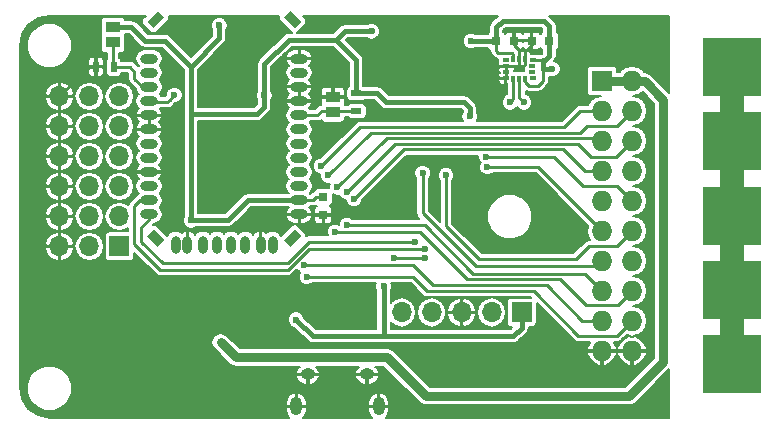
<source format=gbl>
G04 #@! TF.FileFunction,Copper,L2,Bot,Signal*
%FSLAX46Y46*%
G04 Gerber Fmt 4.6, Leading zero omitted, Abs format (unit mm)*
G04 Created by KiCad (PCBNEW 4.0.6) date Fri Sep  8 15:05:28 2017*
%MOMM*%
%LPD*%
G01*
G04 APERTURE LIST*
%ADD10C,0.100000*%
%ADD11R,0.750000X0.800000*%
%ADD12R,0.800000X0.750000*%
%ADD13O,1.250000X0.950000*%
%ADD14O,1.000000X1.550000*%
%ADD15R,1.270000X0.970000*%
%ADD16O,1.700000X1.700000*%
%ADD17R,1.700000X1.700000*%
%ADD18R,5.000000X5.000000*%
%ADD19R,0.900000X0.500000*%
%ADD20R,0.500000X0.900000*%
%ADD21O,0.800000X1.500000*%
%ADD22O,1.500000X0.800000*%
%ADD23R,0.300000X0.600000*%
%ADD24R,0.500000X0.300000*%
%ADD25R,0.600000X0.300000*%
%ADD26R,1.727200X1.727200*%
%ADD27O,1.727200X1.727200*%
%ADD28C,0.600000*%
%ADD29C,0.250000*%
%ADD30C,0.400000*%
%ADD31C,0.750000*%
%ADD32C,2.000000*%
%ADD33C,0.200000*%
G04 APERTURE END LIST*
D10*
D11*
X226200000Y-117350000D03*
X226200000Y-115850000D03*
D12*
X243850000Y-102600000D03*
X245350000Y-102600000D03*
X242350000Y-102600000D03*
X240850000Y-102600000D03*
D13*
X224900000Y-130850000D03*
X229900000Y-130850000D03*
D14*
X223900000Y-133550000D03*
X230900000Y-133550000D03*
D15*
X227000000Y-108640000D03*
X227000000Y-107360000D03*
D16*
X203860000Y-107300000D03*
X206400000Y-107300000D03*
X208940000Y-107300000D03*
X203860000Y-109840000D03*
X206400000Y-109840000D03*
X208940000Y-109840000D03*
D17*
X208940000Y-120000000D03*
D16*
X206400000Y-120000000D03*
X203860000Y-120000000D03*
X208940000Y-117460000D03*
X206400000Y-117460000D03*
X203860000Y-117460000D03*
X208940000Y-114920000D03*
X206400000Y-114920000D03*
X203860000Y-114920000D03*
X208940000Y-112380000D03*
X206400000Y-112380000D03*
X203860000Y-112380000D03*
D15*
X208400000Y-102740000D03*
X208400000Y-101460000D03*
D17*
X243000000Y-125600000D03*
D16*
X240460000Y-125600000D03*
X237920000Y-125600000D03*
X235380000Y-125600000D03*
X232840000Y-125600000D03*
D18*
X260800000Y-123700000D03*
X260800000Y-130000000D03*
X260800000Y-111100000D03*
X260800000Y-104800000D03*
X260800000Y-117400000D03*
D19*
X229000000Y-108550000D03*
X229000000Y-107050000D03*
D20*
X206950000Y-104800000D03*
X208450000Y-104800000D03*
D10*
G36*
X212742462Y-100623223D02*
X211823223Y-101542462D01*
X211257538Y-100976777D01*
X212176777Y-100057538D01*
X212742462Y-100623223D01*
X212742462Y-100623223D01*
G37*
G36*
X223423223Y-100057538D02*
X224342462Y-100976777D01*
X223776777Y-101542462D01*
X222857538Y-100623223D01*
X223423223Y-100057538D01*
X223423223Y-100057538D01*
G37*
G36*
X211823223Y-118557538D02*
X212742462Y-119476777D01*
X212176777Y-120042462D01*
X211257538Y-119123223D01*
X211823223Y-118557538D01*
X211823223Y-118557538D01*
G37*
G36*
X224342462Y-119123223D02*
X223423223Y-120042462D01*
X222857538Y-119476777D01*
X223776777Y-118557538D01*
X224342462Y-119123223D01*
X224342462Y-119123223D01*
G37*
D21*
X213700000Y-119850000D03*
X214700000Y-119850000D03*
X216000000Y-119850000D03*
X217200000Y-119850000D03*
X218400000Y-119850000D03*
X219600000Y-119850000D03*
X220900000Y-119850000D03*
X221900000Y-119850000D03*
D22*
X211450000Y-104100000D03*
X211450000Y-105300000D03*
X211450000Y-106500000D03*
X211450000Y-107700000D03*
X211450000Y-112500000D03*
X211450000Y-111300000D03*
X211450000Y-110100000D03*
X211450000Y-108900000D03*
X211450000Y-113700000D03*
X211450000Y-114900000D03*
X211450000Y-116100000D03*
X211450000Y-117300000D03*
X224150000Y-117300000D03*
X224150000Y-116100000D03*
X224150000Y-114900000D03*
X224150000Y-113700000D03*
X224150000Y-112500000D03*
X224150000Y-111300000D03*
X224150000Y-110100000D03*
X224150000Y-108900000D03*
X224150000Y-107700000D03*
X224150000Y-106500000D03*
X224150000Y-105300000D03*
X224150000Y-104100000D03*
D23*
X242300000Y-105850000D03*
X242800000Y-105850000D03*
X243300000Y-105850000D03*
X243300000Y-104150000D03*
X242800000Y-104150000D03*
X242300000Y-104150000D03*
D24*
X241650000Y-104250000D03*
D25*
X241700000Y-104750000D03*
X241700000Y-105250000D03*
D24*
X241650000Y-105750000D03*
X243950000Y-105750000D03*
D25*
X243900000Y-105250000D03*
X243900000Y-104750000D03*
D24*
X243950000Y-104250000D03*
D26*
X249800000Y-106000000D03*
D27*
X252340000Y-106000000D03*
X249800000Y-108540000D03*
X252340000Y-108540000D03*
X249800000Y-111080000D03*
X252340000Y-111080000D03*
X249800000Y-113620000D03*
X252340000Y-113620000D03*
X249800000Y-116160000D03*
X252340000Y-116160000D03*
X249800000Y-118700000D03*
X252340000Y-118700000D03*
X249800000Y-121240000D03*
X252340000Y-121240000D03*
X249800000Y-123780000D03*
X252340000Y-123780000D03*
X249800000Y-126320000D03*
X252340000Y-126320000D03*
X249800000Y-128860000D03*
X252340000Y-128860000D03*
D28*
X243100000Y-101700000D03*
X226100000Y-105800000D03*
X237400000Y-112600000D03*
X235600000Y-112600000D03*
X239600000Y-107400000D03*
X230200000Y-124100000D03*
X238600000Y-109000000D03*
X245600000Y-105000000D03*
X238700000Y-102600000D03*
X230300000Y-101800000D03*
X231300000Y-123400000D03*
X223900000Y-126200000D03*
X221200000Y-107200000D03*
X217400000Y-101300000D03*
X215000000Y-117800000D03*
X217500000Y-128100000D03*
X226000000Y-113200000D03*
X226600000Y-114000000D03*
X228800000Y-116000000D03*
X228200000Y-118200000D03*
X227200000Y-118800000D03*
X224600000Y-121600000D03*
X234800000Y-121000000D03*
X232200000Y-121000000D03*
X234800000Y-120200000D03*
X234000000Y-119600000D03*
X224800000Y-122600000D03*
X240000000Y-112400000D03*
X242000000Y-107800000D03*
X240100000Y-113300000D03*
X243200000Y-107800000D03*
X227400000Y-115000000D03*
X228200000Y-115400000D03*
X236600000Y-114000000D03*
X234600000Y-113800000D03*
X213600000Y-107200000D03*
D29*
X242350000Y-102600000D02*
X242350000Y-101750000D01*
X242400000Y-101700000D02*
X243100000Y-101700000D01*
X242350000Y-101750000D02*
X242400000Y-101700000D01*
X227000000Y-106400000D02*
X227000000Y-107360000D01*
X226400000Y-105800000D02*
X227000000Y-106400000D01*
X226100000Y-105800000D02*
X226400000Y-105800000D01*
X240450000Y-105750000D02*
X241650000Y-105750000D01*
X239600000Y-106600000D02*
X240450000Y-105750000D01*
X239600000Y-107400000D02*
X239600000Y-106600000D01*
X241700000Y-104750000D02*
X241050000Y-104750000D01*
X241050000Y-104750000D02*
X241000000Y-104800000D01*
X241650000Y-105750000D02*
X241650000Y-105300000D01*
X241650000Y-105300000D02*
X241700000Y-105250000D01*
X241700000Y-105250000D02*
X241700000Y-104750000D01*
X242800000Y-104150000D02*
X242800000Y-104750000D01*
X241700000Y-104750000D02*
X242800000Y-104750000D01*
X242800000Y-104750000D02*
X243150000Y-104750000D01*
X243150000Y-104750000D02*
X243300000Y-104600000D01*
X243300000Y-104600000D02*
X243300000Y-104150000D01*
X203860000Y-107300000D02*
X206360000Y-104800000D01*
X206360000Y-104800000D02*
X206950000Y-104800000D01*
X243850000Y-102600000D02*
X243850000Y-102950000D01*
X243850000Y-102950000D02*
X243300000Y-103500000D01*
X243300000Y-103500000D02*
X243300000Y-104150000D01*
X242350000Y-102600000D02*
X242350000Y-102950000D01*
X242350000Y-102950000D02*
X242800000Y-103400000D01*
X242800000Y-103400000D02*
X242800000Y-104150000D01*
X224150000Y-107700000D02*
X225300000Y-107700000D01*
X225300000Y-107700000D02*
X225640000Y-107360000D01*
X225640000Y-107360000D02*
X227000000Y-107360000D01*
X224150000Y-107700000D02*
X224150000Y-106500000D01*
X224150000Y-117300000D02*
X225300000Y-117300000D01*
X225350000Y-117350000D02*
X226200000Y-117350000D01*
X225300000Y-117300000D02*
X225350000Y-117350000D01*
D30*
X229000000Y-107050000D02*
X230750000Y-107050000D01*
X238600000Y-108300000D02*
X238600000Y-109000000D01*
X238100000Y-107800000D02*
X238600000Y-108300000D01*
X231500000Y-107800000D02*
X238100000Y-107800000D01*
X230750000Y-107050000D02*
X231500000Y-107800000D01*
X245350000Y-102600000D02*
X245350000Y-103850000D01*
X245350000Y-103850000D02*
X244950000Y-104250000D01*
X244950000Y-104250000D02*
X244800000Y-104250000D01*
X244800000Y-104250000D02*
X244800000Y-105000000D01*
X245600000Y-105000000D02*
X244800000Y-105000000D01*
X240850000Y-102600000D02*
X240850000Y-101450000D01*
X245350000Y-101350000D02*
X245350000Y-102600000D01*
X244900000Y-100900000D02*
X245350000Y-101350000D01*
X241400000Y-100900000D02*
X244900000Y-100900000D01*
X240850000Y-101450000D02*
X241400000Y-100900000D01*
X238700000Y-102600000D02*
X240850000Y-102600000D01*
X227300000Y-102500000D02*
X228000000Y-101800000D01*
X228000000Y-101800000D02*
X230300000Y-101800000D01*
X231300000Y-123400000D02*
X231300000Y-127600000D01*
X221200000Y-107200000D02*
X221200000Y-104600000D01*
X229000000Y-104200000D02*
X229000000Y-107050000D01*
X227300000Y-102500000D02*
X229000000Y-104200000D01*
X223300000Y-102500000D02*
X227300000Y-102500000D01*
X221200000Y-104600000D02*
X223300000Y-102500000D01*
X215000000Y-117800000D02*
X218100000Y-117800000D01*
X219800000Y-116100000D02*
X224150000Y-116100000D01*
X218100000Y-117800000D02*
X219800000Y-116100000D01*
X242300000Y-127600000D02*
X231300000Y-127600000D01*
X243000000Y-125600000D02*
X243000000Y-126900000D01*
X242300000Y-127600000D02*
X243000000Y-126900000D01*
X231300000Y-127600000D02*
X225300000Y-127600000D01*
X223900000Y-126200000D02*
X225300000Y-127600000D01*
X215000000Y-108800000D02*
X220600000Y-108800000D01*
X220600000Y-108800000D02*
X221200000Y-108200000D01*
X221200000Y-108200000D02*
X221200000Y-107200000D01*
X215000000Y-104800000D02*
X217400000Y-102400000D01*
X217400000Y-102400000D02*
X217400000Y-101300000D01*
X209960000Y-101460000D02*
X208400000Y-101460000D01*
X211100000Y-102600000D02*
X209960000Y-101460000D01*
X212800000Y-102600000D02*
X211100000Y-102600000D01*
X215000000Y-104800000D02*
X212800000Y-102600000D01*
X215000000Y-117800000D02*
X215000000Y-108800000D01*
X215000000Y-108800000D02*
X215000000Y-104800000D01*
D29*
X243300000Y-105850000D02*
X243300000Y-106100000D01*
X243300000Y-106100000D02*
X243600000Y-106400000D01*
X244800000Y-106000000D02*
X244800000Y-105000000D01*
X244400000Y-106400000D02*
X244800000Y-106000000D01*
X243600000Y-106400000D02*
X244400000Y-106400000D01*
X244800000Y-105000000D02*
X244800000Y-104250000D01*
X242300000Y-104150000D02*
X242300000Y-103700000D01*
X242300000Y-103700000D02*
X242200000Y-103600000D01*
X242200000Y-103600000D02*
X241000000Y-103600000D01*
X241000000Y-103600000D02*
X240850000Y-103450000D01*
X240850000Y-103450000D02*
X240850000Y-102600000D01*
X243950000Y-104250000D02*
X244800000Y-104250000D01*
X244800000Y-104250000D02*
X244950000Y-104250000D01*
X244950000Y-104250000D02*
X245350000Y-103850000D01*
X224150000Y-116100000D02*
X225300000Y-116100000D01*
X225300000Y-116100000D02*
X225550000Y-115850000D01*
X225550000Y-115850000D02*
X226200000Y-115850000D01*
D31*
X234900000Y-132700000D02*
X252100000Y-132700000D01*
X234900000Y-132700000D02*
X231600000Y-129400000D01*
X231600000Y-129400000D02*
X218800000Y-129400000D01*
X217500000Y-128100000D02*
X218800000Y-129400000D01*
X253400000Y-106000000D02*
X249800000Y-106000000D01*
X255000000Y-107600000D02*
X253400000Y-106000000D01*
X255000000Y-129800000D02*
X255000000Y-107600000D01*
X252100000Y-132700000D02*
X255000000Y-129800000D01*
D29*
X229000000Y-108550000D02*
X227090000Y-108550000D01*
X227090000Y-108550000D02*
X226050000Y-108550000D01*
X226050000Y-108550000D02*
X225700000Y-108900000D01*
X225700000Y-108900000D02*
X224150000Y-108900000D01*
X209850000Y-104850000D02*
X209800000Y-104800000D01*
X209800000Y-104800000D02*
X208450000Y-104800000D01*
X208450000Y-104800000D02*
X208400000Y-104750000D01*
X208400000Y-104750000D02*
X208400000Y-102740000D01*
X211450000Y-106500000D02*
X210900000Y-106500000D01*
X210900000Y-106500000D02*
X210200000Y-105800000D01*
X210200000Y-105800000D02*
X210200000Y-105200000D01*
X210200000Y-105200000D02*
X209850000Y-104850000D01*
X209850000Y-104850000D02*
X209840000Y-104840000D01*
X226000000Y-113200000D02*
X229300000Y-109900000D01*
X247960000Y-108540000D02*
X249800000Y-108540000D01*
X246600000Y-109900000D02*
X247960000Y-108540000D01*
X229300000Y-109900000D02*
X246600000Y-109900000D01*
X226600000Y-114000000D02*
X230200002Y-110399998D01*
X252340000Y-108540000D02*
X251080000Y-109800000D01*
X248500000Y-109800000D02*
X251080000Y-109800000D01*
X247900002Y-110399998D02*
X248500000Y-109800000D01*
X230200002Y-110399998D02*
X247900002Y-110399998D01*
X248320000Y-113620000D02*
X249800000Y-113620000D01*
X246500000Y-111800000D02*
X248320000Y-113620000D01*
X233000000Y-111800000D02*
X246500000Y-111800000D01*
X228800000Y-116000000D02*
X233000000Y-111800000D01*
X248320000Y-122300000D02*
X249800000Y-123780000D01*
X238900000Y-122300000D02*
X248320000Y-122300000D01*
X234800000Y-118200000D02*
X238900000Y-122300000D01*
X228200000Y-118200000D02*
X234800000Y-118200000D01*
X251120000Y-125000000D02*
X252340000Y-123780000D01*
X248400000Y-125000000D02*
X251120000Y-125000000D01*
X246200000Y-122800000D02*
X248400000Y-125000000D01*
X238400000Y-122800000D02*
X246200000Y-122800000D01*
X234400000Y-118800000D02*
X238400000Y-122800000D01*
X227200000Y-118800000D02*
X234400000Y-118800000D01*
X248120000Y-126320000D02*
X249800000Y-126320000D01*
X245100000Y-123300000D02*
X248120000Y-126320000D01*
X235500000Y-123300000D02*
X245100000Y-123300000D01*
X233800000Y-121600000D02*
X235500000Y-123300000D01*
X224600000Y-121600000D02*
X233800000Y-121600000D01*
X232200000Y-121000000D02*
X234800000Y-121000000D01*
X211450000Y-116100000D02*
X210700000Y-116100000D01*
X210700000Y-116100000D02*
X210200000Y-116600000D01*
X210200000Y-116600000D02*
X210200000Y-119800000D01*
X210200000Y-119800000D02*
X212400000Y-122000000D01*
X212400000Y-122000000D02*
X223200000Y-122000000D01*
X223200000Y-122000000D02*
X225000000Y-120200000D01*
X225000000Y-120200000D02*
X234800000Y-120200000D01*
X211450000Y-117750000D02*
X210800000Y-118400000D01*
X210800000Y-118400000D02*
X210800000Y-119600000D01*
X210800000Y-119600000D02*
X212600000Y-121400000D01*
X212600000Y-121400000D02*
X223200000Y-121400000D01*
X223200000Y-121400000D02*
X225000000Y-119600000D01*
X225000000Y-119600000D02*
X234000000Y-119600000D01*
X211450000Y-117750000D02*
X211450000Y-117300000D01*
X251060000Y-127600000D02*
X252340000Y-126320000D01*
X247800000Y-127600000D02*
X251060000Y-127600000D01*
X244000000Y-123800000D02*
X247800000Y-127600000D01*
X235000000Y-123800000D02*
X244000000Y-123800000D01*
X233800000Y-122600000D02*
X235000000Y-123800000D01*
X224800000Y-122600000D02*
X233800000Y-122600000D01*
X252340000Y-116160000D02*
X251080000Y-114900000D01*
X245700000Y-112400000D02*
X240000000Y-112400000D01*
X248200000Y-114900000D02*
X245700000Y-112400000D01*
X248500000Y-114900000D02*
X248200000Y-114900000D01*
X251080000Y-114900000D02*
X248500000Y-114900000D01*
X242300000Y-107500000D02*
X242300000Y-105850000D01*
X242000000Y-107800000D02*
X242300000Y-107500000D01*
X249800000Y-118700000D02*
X244400000Y-113300000D01*
X244400000Y-113300000D02*
X240100000Y-113300000D01*
X242800000Y-107400000D02*
X242800000Y-105850000D01*
X243200000Y-107800000D02*
X242800000Y-107400000D01*
X227400000Y-115000000D02*
X231600000Y-110800000D01*
X249520000Y-110800000D02*
X249800000Y-111080000D01*
X231600000Y-110800000D02*
X249520000Y-110800000D01*
X228200000Y-115400000D02*
X232300000Y-111300000D01*
X252340000Y-111080000D02*
X251020000Y-112400000D01*
X248900000Y-112400000D02*
X251020000Y-112400000D01*
X247800000Y-111300000D02*
X248900000Y-112400000D01*
X232300000Y-111300000D02*
X247800000Y-111300000D01*
X236600000Y-114000000D02*
X236600000Y-118300000D01*
X251040000Y-120000000D02*
X252340000Y-118700000D01*
X248700000Y-120000000D02*
X251040000Y-120000000D01*
X247600000Y-121100000D02*
X248700000Y-120000000D01*
X239400000Y-121100000D02*
X247600000Y-121100000D01*
X236600000Y-118300000D02*
X239400000Y-121100000D01*
X234600000Y-116800000D02*
X234600000Y-117200000D01*
X234600000Y-113800000D02*
X234600000Y-116800000D01*
X239100000Y-121700000D02*
X249340000Y-121700000D01*
X234600000Y-117200000D02*
X239100000Y-121700000D01*
X249340000Y-121700000D02*
X249800000Y-121240000D01*
D32*
X260800000Y-130000000D02*
X260800000Y-123700000D01*
X260800000Y-123700000D02*
X260800000Y-117400000D01*
X260800000Y-117400000D02*
X260800000Y-111100000D01*
X260800000Y-111100000D02*
X260800000Y-104800000D01*
D29*
X213000000Y-107800000D02*
X211550000Y-107800000D01*
X213200000Y-107600000D02*
X213000000Y-107800000D01*
X213600000Y-107200000D02*
X213200000Y-107600000D01*
X211550000Y-107800000D02*
X211450000Y-107700000D01*
D33*
G36*
X210969154Y-100688393D02*
X210884062Y-100812931D01*
X210849741Y-100971143D01*
X210879678Y-101130243D01*
X210969154Y-101265161D01*
X211534839Y-101830846D01*
X211659377Y-101915938D01*
X211817589Y-101950259D01*
X211976689Y-101920322D01*
X212111607Y-101830846D01*
X213030846Y-100911607D01*
X213115938Y-100787069D01*
X213150259Y-100628857D01*
X213126013Y-100500000D01*
X222475250Y-100500000D01*
X222449741Y-100617589D01*
X222479678Y-100776689D01*
X222569154Y-100911607D01*
X223488393Y-101830846D01*
X223589605Y-101900000D01*
X223300000Y-101900000D01*
X223070389Y-101945672D01*
X222875736Y-102075736D01*
X220775736Y-104175736D01*
X220645672Y-104370390D01*
X220600000Y-104600000D01*
X220600000Y-106819617D01*
X220500122Y-107060150D01*
X220499879Y-107338628D01*
X220600000Y-107580939D01*
X220600000Y-107951472D01*
X220351472Y-108200000D01*
X215600000Y-108200000D01*
X215600000Y-105048528D01*
X217824264Y-102824264D01*
X217954328Y-102629610D01*
X218000000Y-102400000D01*
X218000000Y-101680383D01*
X218099878Y-101439850D01*
X218100121Y-101161372D01*
X217993777Y-100904000D01*
X217797036Y-100706915D01*
X217539850Y-100600122D01*
X217261372Y-100599879D01*
X217004000Y-100706223D01*
X216806915Y-100902964D01*
X216700122Y-101160150D01*
X216699879Y-101438628D01*
X216800000Y-101680939D01*
X216800000Y-102151472D01*
X215000000Y-103951472D01*
X213224264Y-102175736D01*
X213029610Y-102045672D01*
X212800000Y-102000000D01*
X211348528Y-102000000D01*
X210384264Y-101035736D01*
X210189610Y-100905672D01*
X209960000Y-100860000D01*
X209421197Y-100860000D01*
X209414944Y-100826769D01*
X209327340Y-100690628D01*
X209193671Y-100599296D01*
X209035000Y-100567164D01*
X207765000Y-100567164D01*
X207616769Y-100595056D01*
X207480628Y-100682660D01*
X207389296Y-100816329D01*
X207357164Y-100975000D01*
X207357164Y-101945000D01*
X207385056Y-102093231D01*
X207388758Y-102098984D01*
X207357164Y-102255000D01*
X207357164Y-103225000D01*
X207385056Y-103373231D01*
X207472660Y-103509372D01*
X207606329Y-103600704D01*
X207765000Y-103632836D01*
X207875000Y-103632836D01*
X207875000Y-104117121D01*
X207824296Y-104191329D01*
X207792164Y-104350000D01*
X207792164Y-105250000D01*
X207820056Y-105398231D01*
X207907660Y-105534372D01*
X208041329Y-105625704D01*
X208200000Y-105657836D01*
X208700000Y-105657836D01*
X208848231Y-105629944D01*
X208984372Y-105542340D01*
X209075704Y-105408671D01*
X209092648Y-105325000D01*
X209582538Y-105325000D01*
X209675000Y-105417462D01*
X209675000Y-105800000D01*
X209714963Y-106000909D01*
X209828769Y-106171231D01*
X210307249Y-106649711D01*
X210338366Y-106806147D01*
X210511785Y-107065685D01*
X210563141Y-107100000D01*
X210511785Y-107134315D01*
X210338366Y-107393853D01*
X210277470Y-107700000D01*
X210338366Y-108006147D01*
X210511785Y-108265685D01*
X210577630Y-108309682D01*
X210498959Y-108369670D01*
X210341762Y-108640047D01*
X210319216Y-108725713D01*
X210401788Y-108850000D01*
X211400000Y-108850000D01*
X211400000Y-108830000D01*
X211500000Y-108830000D01*
X211500000Y-108850000D01*
X212498212Y-108850000D01*
X212580784Y-108725713D01*
X212558238Y-108640047D01*
X212401041Y-108369670D01*
X212342459Y-108325000D01*
X213000000Y-108325000D01*
X213200909Y-108285037D01*
X213371231Y-108171231D01*
X213642425Y-107900037D01*
X213738628Y-107900121D01*
X213996000Y-107793777D01*
X214193085Y-107597036D01*
X214299878Y-107339850D01*
X214300121Y-107061372D01*
X214193777Y-106804000D01*
X213997036Y-106606915D01*
X213739850Y-106500122D01*
X213461372Y-106499879D01*
X213204000Y-106606223D01*
X213006915Y-106802964D01*
X212900122Y-107060150D01*
X212900037Y-107157501D01*
X212782538Y-107275000D01*
X212482218Y-107275000D01*
X212388215Y-107134315D01*
X212336859Y-107100000D01*
X212388215Y-107065685D01*
X212561634Y-106806147D01*
X212622530Y-106500000D01*
X212561634Y-106193853D01*
X212388215Y-105934315D01*
X212336859Y-105900000D01*
X212388215Y-105865685D01*
X212561634Y-105606147D01*
X212622530Y-105300000D01*
X212561634Y-104993853D01*
X212388215Y-104734315D01*
X212336859Y-104700000D01*
X212388215Y-104665685D01*
X212561634Y-104406147D01*
X212622530Y-104100000D01*
X212561634Y-103793853D01*
X212388215Y-103534315D01*
X212128677Y-103360896D01*
X211822530Y-103300000D01*
X211077470Y-103300000D01*
X210771323Y-103360896D01*
X210511785Y-103534315D01*
X210338366Y-103793853D01*
X210277470Y-104100000D01*
X210338366Y-104406147D01*
X210511785Y-104665685D01*
X210563141Y-104700000D01*
X210511785Y-104734315D01*
X210497763Y-104755301D01*
X210171231Y-104428769D01*
X210000909Y-104314963D01*
X209800000Y-104275000D01*
X209093724Y-104275000D01*
X209079944Y-104201769D01*
X208992340Y-104065628D01*
X208925000Y-104019617D01*
X208925000Y-103632836D01*
X209035000Y-103632836D01*
X209183231Y-103604944D01*
X209319372Y-103517340D01*
X209410704Y-103383671D01*
X209442836Y-103225000D01*
X209442836Y-102255000D01*
X209414944Y-102106769D01*
X209411242Y-102101016D01*
X209419548Y-102060000D01*
X209711472Y-102060000D01*
X210675736Y-103024264D01*
X210870389Y-103154328D01*
X211100000Y-103200000D01*
X212551472Y-103200000D01*
X214400000Y-105048528D01*
X214400000Y-117419617D01*
X214300122Y-117660150D01*
X214299879Y-117938628D01*
X214406223Y-118196000D01*
X214602964Y-118393085D01*
X214860150Y-118499878D01*
X215138628Y-118500121D01*
X215380939Y-118400000D01*
X218100000Y-118400000D01*
X218329610Y-118354328D01*
X218524264Y-118224264D01*
X219274241Y-117474287D01*
X223019216Y-117474287D01*
X223041762Y-117559953D01*
X223198959Y-117830330D01*
X223447659Y-118019969D01*
X223750000Y-118100000D01*
X224100000Y-118100000D01*
X224100000Y-117350000D01*
X224200000Y-117350000D01*
X224200000Y-118100000D01*
X224550000Y-118100000D01*
X224852341Y-118019969D01*
X225101041Y-117830330D01*
X225258238Y-117559953D01*
X225274016Y-117500000D01*
X225425000Y-117500000D01*
X225425000Y-117829565D01*
X225485896Y-117976582D01*
X225598418Y-118089104D01*
X225745435Y-118150000D01*
X226050000Y-118150000D01*
X226150000Y-118050000D01*
X226150000Y-117400000D01*
X226250000Y-117400000D01*
X226250000Y-118050000D01*
X226350000Y-118150000D01*
X226654565Y-118150000D01*
X226801582Y-118089104D01*
X226914104Y-117976582D01*
X226975000Y-117829565D01*
X226975000Y-117500000D01*
X226875000Y-117400000D01*
X226250000Y-117400000D01*
X226150000Y-117400000D01*
X225525000Y-117400000D01*
X225425000Y-117500000D01*
X225274016Y-117500000D01*
X225280784Y-117474287D01*
X225198212Y-117350000D01*
X224200000Y-117350000D01*
X224100000Y-117350000D01*
X223101788Y-117350000D01*
X223019216Y-117474287D01*
X219274241Y-117474287D01*
X220048528Y-116700000D01*
X223263141Y-116700000D01*
X223277630Y-116709682D01*
X223198959Y-116769670D01*
X223041762Y-117040047D01*
X223019216Y-117125713D01*
X223101788Y-117250000D01*
X224100000Y-117250000D01*
X224100000Y-117230000D01*
X224200000Y-117230000D01*
X224200000Y-117250000D01*
X225198212Y-117250000D01*
X225280784Y-117125713D01*
X225258238Y-117040047D01*
X225101041Y-116769670D01*
X225022370Y-116709682D01*
X225088215Y-116665685D01*
X225115400Y-116625000D01*
X225300000Y-116625000D01*
X225500909Y-116585037D01*
X225554451Y-116549261D01*
X225627205Y-116598972D01*
X225598418Y-116610896D01*
X225485896Y-116723418D01*
X225425000Y-116870435D01*
X225425000Y-117200000D01*
X225525000Y-117300000D01*
X226150000Y-117300000D01*
X226150000Y-117280000D01*
X226250000Y-117280000D01*
X226250000Y-117300000D01*
X226875000Y-117300000D01*
X226975000Y-117200000D01*
X226975000Y-116870435D01*
X226914104Y-116723418D01*
X226801582Y-116610896D01*
X226771924Y-116598611D01*
X226859372Y-116542340D01*
X226950704Y-116408671D01*
X226982836Y-116250000D01*
X226982836Y-115572922D01*
X227002964Y-115593085D01*
X227260150Y-115699878D01*
X227538628Y-115700121D01*
X227562526Y-115690246D01*
X227606223Y-115796000D01*
X227802964Y-115993085D01*
X228060150Y-116099878D01*
X228099913Y-116099913D01*
X228099879Y-116138628D01*
X228206223Y-116396000D01*
X228402964Y-116593085D01*
X228660150Y-116699878D01*
X228938628Y-116700121D01*
X229196000Y-116593777D01*
X229393085Y-116397036D01*
X229499878Y-116139850D01*
X229499963Y-116042499D01*
X233217462Y-112325000D01*
X239300065Y-112325000D01*
X239299879Y-112538628D01*
X239406223Y-112796000D01*
X239509963Y-112899921D01*
X239506915Y-112902964D01*
X239400122Y-113160150D01*
X239399879Y-113438628D01*
X239506223Y-113696000D01*
X239702964Y-113893085D01*
X239960150Y-113999878D01*
X240238628Y-114000121D01*
X240496000Y-113893777D01*
X240564897Y-113825000D01*
X244182538Y-113825000D01*
X248618755Y-118261217D01*
X248536400Y-118675245D01*
X248536400Y-118724755D01*
X248632586Y-119208314D01*
X248810780Y-119475000D01*
X248700000Y-119475000D01*
X248499091Y-119514963D01*
X248328769Y-119628769D01*
X247382538Y-120575000D01*
X239617462Y-120575000D01*
X237125000Y-118082538D01*
X237125000Y-117876275D01*
X240099671Y-117876275D01*
X240388319Y-118574857D01*
X240922331Y-119109802D01*
X241620409Y-119399669D01*
X242376275Y-119400329D01*
X243074857Y-119111681D01*
X243609802Y-118577669D01*
X243899669Y-117879591D01*
X243900329Y-117123725D01*
X243611681Y-116425143D01*
X243077669Y-115890198D01*
X242379591Y-115600331D01*
X241623725Y-115599671D01*
X240925143Y-115888319D01*
X240390198Y-116422331D01*
X240100331Y-117120409D01*
X240099671Y-117876275D01*
X237125000Y-117876275D01*
X237125000Y-114465002D01*
X237193085Y-114397036D01*
X237299878Y-114139850D01*
X237300121Y-113861372D01*
X237193777Y-113604000D01*
X236997036Y-113406915D01*
X236739850Y-113300122D01*
X236461372Y-113299879D01*
X236204000Y-113406223D01*
X236006915Y-113602964D01*
X235900122Y-113860150D01*
X235899879Y-114138628D01*
X236006223Y-114396000D01*
X236075000Y-114464897D01*
X236075000Y-117932538D01*
X235125000Y-116982538D01*
X235125000Y-114265002D01*
X235193085Y-114197036D01*
X235299878Y-113939850D01*
X235300121Y-113661372D01*
X235193777Y-113404000D01*
X234997036Y-113206915D01*
X234739850Y-113100122D01*
X234461372Y-113099879D01*
X234204000Y-113206223D01*
X234006915Y-113402964D01*
X233900122Y-113660150D01*
X233899879Y-113938628D01*
X234006223Y-114196000D01*
X234075000Y-114264897D01*
X234075000Y-117200000D01*
X234114963Y-117400909D01*
X234228769Y-117571231D01*
X234332538Y-117675000D01*
X228665002Y-117675000D01*
X228597036Y-117606915D01*
X228339850Y-117500122D01*
X228061372Y-117499879D01*
X227804000Y-117606223D01*
X227606915Y-117802964D01*
X227500122Y-118060150D01*
X227500029Y-118166634D01*
X227339850Y-118100122D01*
X227061372Y-118099879D01*
X226804000Y-118206223D01*
X226606915Y-118402964D01*
X226500122Y-118660150D01*
X226499879Y-118938628D01*
X226556227Y-119075000D01*
X225000000Y-119075000D01*
X224799091Y-119114963D01*
X224745506Y-119150768D01*
X224750259Y-119128857D01*
X224720322Y-118969757D01*
X224630846Y-118834839D01*
X224065161Y-118269154D01*
X223940623Y-118184062D01*
X223782411Y-118149741D01*
X223623311Y-118179678D01*
X223488393Y-118269154D01*
X222617923Y-119139624D01*
X222465685Y-118911785D01*
X222206147Y-118738366D01*
X221900000Y-118677470D01*
X221593853Y-118738366D01*
X221389253Y-118875077D01*
X221159953Y-118741762D01*
X221074287Y-118719216D01*
X220950000Y-118801788D01*
X220950000Y-119800000D01*
X220970000Y-119800000D01*
X220970000Y-119900000D01*
X220950000Y-119900000D01*
X220950000Y-119920000D01*
X220850000Y-119920000D01*
X220850000Y-119900000D01*
X220830000Y-119900000D01*
X220830000Y-119800000D01*
X220850000Y-119800000D01*
X220850000Y-118801788D01*
X220725713Y-118719216D01*
X220640047Y-118741762D01*
X220369670Y-118898959D01*
X220256385Y-119047526D01*
X220165685Y-118911785D01*
X219906147Y-118738366D01*
X219600000Y-118677470D01*
X219293853Y-118738366D01*
X219034315Y-118911785D01*
X219000000Y-118963141D01*
X218965685Y-118911785D01*
X218706147Y-118738366D01*
X218400000Y-118677470D01*
X218093853Y-118738366D01*
X217834315Y-118911785D01*
X217800000Y-118963141D01*
X217765685Y-118911785D01*
X217506147Y-118738366D01*
X217200000Y-118677470D01*
X216893853Y-118738366D01*
X216634315Y-118911785D01*
X216600000Y-118963141D01*
X216565685Y-118911785D01*
X216306147Y-118738366D01*
X216000000Y-118677470D01*
X215693853Y-118738366D01*
X215434315Y-118911785D01*
X215343615Y-119047526D01*
X215230330Y-118898959D01*
X214959953Y-118741762D01*
X214874287Y-118719216D01*
X214750000Y-118801788D01*
X214750000Y-119800000D01*
X214770000Y-119800000D01*
X214770000Y-119900000D01*
X214750000Y-119900000D01*
X214750000Y-119920000D01*
X214650000Y-119920000D01*
X214650000Y-119900000D01*
X214630000Y-119900000D01*
X214630000Y-119800000D01*
X214650000Y-119800000D01*
X214650000Y-118801788D01*
X214525713Y-118719216D01*
X214440047Y-118741762D01*
X214210747Y-118875077D01*
X214006147Y-118738366D01*
X213700000Y-118677470D01*
X213393853Y-118738366D01*
X213134315Y-118911785D01*
X212982077Y-119139624D01*
X212111607Y-118269154D01*
X211987069Y-118184062D01*
X211828857Y-118149741D01*
X211784346Y-118158116D01*
X211821231Y-118121231D01*
X211837393Y-118097044D01*
X212128677Y-118039104D01*
X212388215Y-117865685D01*
X212561634Y-117606147D01*
X212622530Y-117300000D01*
X212561634Y-116993853D01*
X212388215Y-116734315D01*
X212336859Y-116700000D01*
X212388215Y-116665685D01*
X212561634Y-116406147D01*
X212622530Y-116100000D01*
X212561634Y-115793853D01*
X212388215Y-115534315D01*
X212336859Y-115500000D01*
X212388215Y-115465685D01*
X212561634Y-115206147D01*
X212622530Y-114900000D01*
X212561634Y-114593853D01*
X212388215Y-114334315D01*
X212322370Y-114290318D01*
X212401041Y-114230330D01*
X212558238Y-113959953D01*
X212580784Y-113874287D01*
X212498212Y-113750000D01*
X211500000Y-113750000D01*
X211500000Y-113770000D01*
X211400000Y-113770000D01*
X211400000Y-113750000D01*
X210401788Y-113750000D01*
X210319216Y-113874287D01*
X210341762Y-113959953D01*
X210498959Y-114230330D01*
X210577630Y-114290318D01*
X210511785Y-114334315D01*
X210338366Y-114593853D01*
X210277470Y-114900000D01*
X210338366Y-115206147D01*
X210511785Y-115465685D01*
X210563141Y-115500000D01*
X210511785Y-115534315D01*
X210424671Y-115664689D01*
X210328769Y-115728769D01*
X209828769Y-116228769D01*
X209714963Y-116399091D01*
X209699533Y-116476666D01*
X209442843Y-116305151D01*
X208964489Y-116210000D01*
X208915511Y-116210000D01*
X208437157Y-116305151D01*
X208031628Y-116576117D01*
X207760662Y-116981646D01*
X207670000Y-117437432D01*
X207579338Y-116981646D01*
X207308372Y-116576117D01*
X206902843Y-116305151D01*
X206424489Y-116210000D01*
X206375511Y-116210000D01*
X205897157Y-116305151D01*
X205491628Y-116576117D01*
X205220662Y-116981646D01*
X205125511Y-117460000D01*
X205220662Y-117938354D01*
X205491628Y-118343883D01*
X205897157Y-118614849D01*
X206375511Y-118710000D01*
X206424489Y-118710000D01*
X206902843Y-118614849D01*
X207308372Y-118343883D01*
X207579338Y-117938354D01*
X207670000Y-117482568D01*
X207760662Y-117938354D01*
X208031628Y-118343883D01*
X208437157Y-118614849D01*
X208915511Y-118710000D01*
X208964489Y-118710000D01*
X209442843Y-118614849D01*
X209675000Y-118459727D01*
X209675000Y-118742164D01*
X208090000Y-118742164D01*
X207941769Y-118770056D01*
X207805628Y-118857660D01*
X207714296Y-118991329D01*
X207682164Y-119150000D01*
X207682164Y-120850000D01*
X207710056Y-120998231D01*
X207797660Y-121134372D01*
X207931329Y-121225704D01*
X208090000Y-121257836D01*
X209790000Y-121257836D01*
X209938231Y-121229944D01*
X210074372Y-121142340D01*
X210165704Y-121008671D01*
X210197836Y-120850000D01*
X210197836Y-120540298D01*
X212028769Y-122371231D01*
X212199091Y-122485037D01*
X212400000Y-122525000D01*
X223200000Y-122525000D01*
X223400909Y-122485037D01*
X223571231Y-122371231D01*
X223988750Y-121953712D01*
X224006223Y-121996000D01*
X224202964Y-122193085D01*
X224212743Y-122197146D01*
X224206915Y-122202964D01*
X224100122Y-122460150D01*
X224099879Y-122738628D01*
X224206223Y-122996000D01*
X224402964Y-123193085D01*
X224660150Y-123299878D01*
X224938628Y-123300121D01*
X225196000Y-123193777D01*
X225264897Y-123125000D01*
X230656241Y-123125000D01*
X230600122Y-123260150D01*
X230599879Y-123538628D01*
X230700000Y-123780939D01*
X230700000Y-127000000D01*
X225548528Y-127000000D01*
X224593235Y-126044707D01*
X224493777Y-125804000D01*
X224297036Y-125606915D01*
X224039850Y-125500122D01*
X223761372Y-125499879D01*
X223504000Y-125606223D01*
X223306915Y-125802964D01*
X223200122Y-126060150D01*
X223199879Y-126338628D01*
X223306223Y-126596000D01*
X223502964Y-126793085D01*
X223745101Y-126893629D01*
X224875736Y-128024264D01*
X225070390Y-128154328D01*
X225300000Y-128200000D01*
X242300000Y-128200000D01*
X242529610Y-128154328D01*
X242724264Y-128024264D01*
X243424264Y-127324264D01*
X243554328Y-127129611D01*
X243600000Y-126900000D01*
X243600000Y-126857836D01*
X243850000Y-126857836D01*
X243998231Y-126829944D01*
X244134372Y-126742340D01*
X244225704Y-126608671D01*
X244257836Y-126450000D01*
X244257836Y-124800298D01*
X247428769Y-127971231D01*
X247599091Y-128085037D01*
X247800000Y-128125000D01*
X248782243Y-128125000D01*
X248749569Y-128157654D01*
X248560752Y-128613099D01*
X248637385Y-128810000D01*
X249750000Y-128810000D01*
X249750000Y-128790000D01*
X249850000Y-128790000D01*
X249850000Y-128810000D01*
X250962615Y-128810000D01*
X251039248Y-128613099D01*
X250850431Y-128157654D01*
X250817757Y-128125000D01*
X251060000Y-128125000D01*
X251260909Y-128085037D01*
X251431231Y-127971231D01*
X251884677Y-127517785D01*
X252289998Y-127598409D01*
X252289998Y-127697474D01*
X252093100Y-127620757D01*
X251638304Y-127809134D01*
X251289569Y-128157654D01*
X251100752Y-128613099D01*
X251177385Y-128810000D01*
X252290000Y-128810000D01*
X252290000Y-128790000D01*
X252390000Y-128790000D01*
X252390000Y-128810000D01*
X253502615Y-128810000D01*
X253579248Y-128613099D01*
X253390431Y-128157654D01*
X253041696Y-127809134D01*
X252586900Y-127620757D01*
X252390002Y-127697474D01*
X252390002Y-127598409D01*
X252823559Y-127512169D01*
X253233500Y-127238255D01*
X253507414Y-126828314D01*
X253603600Y-126344755D01*
X253603600Y-126295245D01*
X253507414Y-125811686D01*
X253233500Y-125401745D01*
X252823559Y-125127831D01*
X252432277Y-125050000D01*
X252823559Y-124972169D01*
X253233500Y-124698255D01*
X253507414Y-124288314D01*
X253603600Y-123804755D01*
X253603600Y-123755245D01*
X253507414Y-123271686D01*
X253233500Y-122861745D01*
X252823559Y-122587831D01*
X252432277Y-122510000D01*
X252823559Y-122432169D01*
X253233500Y-122158255D01*
X253507414Y-121748314D01*
X253603600Y-121264755D01*
X253603600Y-121215245D01*
X253507414Y-120731686D01*
X253233500Y-120321745D01*
X252823559Y-120047831D01*
X252432277Y-119970000D01*
X252823559Y-119892169D01*
X253233500Y-119618255D01*
X253507414Y-119208314D01*
X253603600Y-118724755D01*
X253603600Y-118675245D01*
X253507414Y-118191686D01*
X253233500Y-117781745D01*
X252823559Y-117507831D01*
X252432277Y-117430000D01*
X252823559Y-117352169D01*
X253233500Y-117078255D01*
X253507414Y-116668314D01*
X253603600Y-116184755D01*
X253603600Y-116135245D01*
X253507414Y-115651686D01*
X253233500Y-115241745D01*
X252823559Y-114967831D01*
X252432277Y-114890000D01*
X252823559Y-114812169D01*
X253233500Y-114538255D01*
X253507414Y-114128314D01*
X253603600Y-113644755D01*
X253603600Y-113595245D01*
X253507414Y-113111686D01*
X253233500Y-112701745D01*
X252823559Y-112427831D01*
X252432277Y-112350000D01*
X252823559Y-112272169D01*
X253233500Y-111998255D01*
X253507414Y-111588314D01*
X253603600Y-111104755D01*
X253603600Y-111055245D01*
X253507414Y-110571686D01*
X253233500Y-110161745D01*
X252823559Y-109887831D01*
X252432277Y-109810000D01*
X252823559Y-109732169D01*
X253233500Y-109458255D01*
X253507414Y-109048314D01*
X253603600Y-108564755D01*
X253603600Y-108515245D01*
X253507414Y-108031686D01*
X253233500Y-107621745D01*
X252823559Y-107347831D01*
X252432277Y-107270000D01*
X252823559Y-107192169D01*
X253226750Y-106922766D01*
X254225000Y-107921016D01*
X254225000Y-129478984D01*
X251778984Y-131925000D01*
X235221016Y-131925000D01*
X232402917Y-129106901D01*
X248560752Y-129106901D01*
X248749569Y-129562346D01*
X249098304Y-129910866D01*
X249553100Y-130099243D01*
X249750000Y-130022525D01*
X249750000Y-128910000D01*
X249850000Y-128910000D01*
X249850000Y-130022525D01*
X250046900Y-130099243D01*
X250501696Y-129910866D01*
X250850431Y-129562346D01*
X251039248Y-129106901D01*
X251100752Y-129106901D01*
X251289569Y-129562346D01*
X251638304Y-129910866D01*
X252093100Y-130099243D01*
X252290000Y-130022525D01*
X252290000Y-128910000D01*
X252390000Y-128910000D01*
X252390000Y-130022525D01*
X252586900Y-130099243D01*
X253041696Y-129910866D01*
X253390431Y-129562346D01*
X253579248Y-129106901D01*
X253502615Y-128910000D01*
X252390000Y-128910000D01*
X252290000Y-128910000D01*
X251177385Y-128910000D01*
X251100752Y-129106901D01*
X251039248Y-129106901D01*
X250962615Y-128910000D01*
X249850000Y-128910000D01*
X249750000Y-128910000D01*
X248637385Y-128910000D01*
X248560752Y-129106901D01*
X232402917Y-129106901D01*
X232148008Y-128851992D01*
X231896580Y-128683993D01*
X231600000Y-128625000D01*
X219121015Y-128625000D01*
X218048008Y-127551992D01*
X217796580Y-127383993D01*
X217500000Y-127325000D01*
X217203420Y-127383993D01*
X216951992Y-127551992D01*
X216783993Y-127803420D01*
X216725000Y-128100000D01*
X216783993Y-128396580D01*
X216951992Y-128648008D01*
X218251990Y-129948005D01*
X218251992Y-129948008D01*
X218503420Y-130116007D01*
X218552626Y-130125795D01*
X218800000Y-130175001D01*
X218800005Y-130175000D01*
X224217442Y-130175000D01*
X224095926Y-130266637D01*
X223922471Y-130561346D01*
X223895007Y-130663959D01*
X223976615Y-130800000D01*
X224850000Y-130800000D01*
X224850000Y-130780000D01*
X224950000Y-130780000D01*
X224950000Y-130800000D01*
X225823385Y-130800000D01*
X225904993Y-130663959D01*
X225877529Y-130561346D01*
X225704074Y-130266637D01*
X225582558Y-130175000D01*
X229217442Y-130175000D01*
X229095926Y-130266637D01*
X228922471Y-130561346D01*
X228895007Y-130663959D01*
X228976615Y-130800000D01*
X229850000Y-130800000D01*
X229850000Y-130780000D01*
X229950000Y-130780000D01*
X229950000Y-130800000D01*
X230823385Y-130800000D01*
X230904993Y-130663959D01*
X230877529Y-130561346D01*
X230704074Y-130266637D01*
X230582558Y-130175000D01*
X231278984Y-130175000D01*
X234351992Y-133248008D01*
X234603420Y-133416007D01*
X234900000Y-133475001D01*
X234900005Y-133475000D01*
X252100000Y-133475000D01*
X252396580Y-133416007D01*
X252648008Y-133248008D01*
X255500000Y-130396016D01*
X255500000Y-134500000D01*
X231495540Y-134500000D01*
X231501040Y-134496751D01*
X231712357Y-134215609D01*
X231800000Y-133875000D01*
X231800000Y-133600000D01*
X230950000Y-133600000D01*
X230950000Y-133620000D01*
X230850000Y-133620000D01*
X230850000Y-133600000D01*
X230000000Y-133600000D01*
X230000000Y-133875000D01*
X230087643Y-134215609D01*
X230298960Y-134496751D01*
X230304460Y-134500000D01*
X224495540Y-134500000D01*
X224501040Y-134496751D01*
X224712357Y-134215609D01*
X224800000Y-133875000D01*
X224800000Y-133600000D01*
X223950000Y-133600000D01*
X223950000Y-133620000D01*
X223850000Y-133620000D01*
X223850000Y-133600000D01*
X223000000Y-133600000D01*
X223000000Y-133875000D01*
X223087643Y-134215609D01*
X223298960Y-134496751D01*
X223304460Y-134500000D01*
X203049247Y-134500000D01*
X202047040Y-134300649D01*
X201239159Y-133760840D01*
X200699351Y-132952960D01*
X200584642Y-132376275D01*
X201099671Y-132376275D01*
X201388319Y-133074857D01*
X201922331Y-133609802D01*
X202620409Y-133899669D01*
X203376275Y-133900329D01*
X204074857Y-133611681D01*
X204462213Y-133225000D01*
X223000000Y-133225000D01*
X223000000Y-133500000D01*
X223850000Y-133500000D01*
X223850000Y-132476564D01*
X223950000Y-132476564D01*
X223950000Y-133500000D01*
X224800000Y-133500000D01*
X224800000Y-133225000D01*
X230000000Y-133225000D01*
X230000000Y-133500000D01*
X230850000Y-133500000D01*
X230850000Y-132476564D01*
X230950000Y-132476564D01*
X230950000Y-133500000D01*
X231800000Y-133500000D01*
X231800000Y-133225000D01*
X231712357Y-132884391D01*
X231501040Y-132603249D01*
X231198221Y-132424375D01*
X231089958Y-132395275D01*
X230950000Y-132476564D01*
X230850000Y-132476564D01*
X230710042Y-132395275D01*
X230601779Y-132424375D01*
X230298960Y-132603249D01*
X230087643Y-132884391D01*
X230000000Y-133225000D01*
X224800000Y-133225000D01*
X224712357Y-132884391D01*
X224501040Y-132603249D01*
X224198221Y-132424375D01*
X224089958Y-132395275D01*
X223950000Y-132476564D01*
X223850000Y-132476564D01*
X223710042Y-132395275D01*
X223601779Y-132424375D01*
X223298960Y-132603249D01*
X223087643Y-132884391D01*
X223000000Y-133225000D01*
X204462213Y-133225000D01*
X204609802Y-133077669D01*
X204899669Y-132379591D01*
X204900329Y-131623725D01*
X204657504Y-131036041D01*
X223895007Y-131036041D01*
X223922471Y-131138654D01*
X224095926Y-131433363D01*
X224368958Y-131639260D01*
X224700000Y-131725000D01*
X224850000Y-131725000D01*
X224850000Y-130900000D01*
X224950000Y-130900000D01*
X224950000Y-131725000D01*
X225100000Y-131725000D01*
X225431042Y-131639260D01*
X225704074Y-131433363D01*
X225877529Y-131138654D01*
X225904993Y-131036041D01*
X228895007Y-131036041D01*
X228922471Y-131138654D01*
X229095926Y-131433363D01*
X229368958Y-131639260D01*
X229700000Y-131725000D01*
X229850000Y-131725000D01*
X229850000Y-130900000D01*
X229950000Y-130900000D01*
X229950000Y-131725000D01*
X230100000Y-131725000D01*
X230431042Y-131639260D01*
X230704074Y-131433363D01*
X230877529Y-131138654D01*
X230904993Y-131036041D01*
X230823385Y-130900000D01*
X229950000Y-130900000D01*
X229850000Y-130900000D01*
X228976615Y-130900000D01*
X228895007Y-131036041D01*
X225904993Y-131036041D01*
X225823385Y-130900000D01*
X224950000Y-130900000D01*
X224850000Y-130900000D01*
X223976615Y-130900000D01*
X223895007Y-131036041D01*
X204657504Y-131036041D01*
X204611681Y-130925143D01*
X204077669Y-130390198D01*
X203379591Y-130100331D01*
X202623725Y-130099671D01*
X201925143Y-130388319D01*
X201390198Y-130922331D01*
X201100331Y-131620409D01*
X201099671Y-132376275D01*
X200584642Y-132376275D01*
X200500000Y-131950753D01*
X200500000Y-120244771D01*
X202634199Y-120244771D01*
X202820145Y-120693695D01*
X203164765Y-121038826D01*
X203615228Y-121225805D01*
X203810000Y-121149004D01*
X203810000Y-120050000D01*
X203910000Y-120050000D01*
X203910000Y-121149004D01*
X204104772Y-121225805D01*
X204555235Y-121038826D01*
X204899855Y-120693695D01*
X205085801Y-120244771D01*
X205008913Y-120050000D01*
X203910000Y-120050000D01*
X203810000Y-120050000D01*
X202711087Y-120050000D01*
X202634199Y-120244771D01*
X200500000Y-120244771D01*
X200500000Y-120000000D01*
X205125511Y-120000000D01*
X205220662Y-120478354D01*
X205491628Y-120883883D01*
X205897157Y-121154849D01*
X206375511Y-121250000D01*
X206424489Y-121250000D01*
X206902843Y-121154849D01*
X207308372Y-120883883D01*
X207579338Y-120478354D01*
X207674489Y-120000000D01*
X207579338Y-119521646D01*
X207308372Y-119116117D01*
X206902843Y-118845151D01*
X206424489Y-118750000D01*
X206375511Y-118750000D01*
X205897157Y-118845151D01*
X205491628Y-119116117D01*
X205220662Y-119521646D01*
X205125511Y-120000000D01*
X200500000Y-120000000D01*
X200500000Y-119755229D01*
X202634199Y-119755229D01*
X202711087Y-119950000D01*
X203810000Y-119950000D01*
X203810000Y-118850996D01*
X203910000Y-118850996D01*
X203910000Y-119950000D01*
X205008913Y-119950000D01*
X205085801Y-119755229D01*
X204899855Y-119306305D01*
X204555235Y-118961174D01*
X204104772Y-118774195D01*
X203910000Y-118850996D01*
X203810000Y-118850996D01*
X203615228Y-118774195D01*
X203164765Y-118961174D01*
X202820145Y-119306305D01*
X202634199Y-119755229D01*
X200500000Y-119755229D01*
X200500000Y-117704771D01*
X202634199Y-117704771D01*
X202820145Y-118153695D01*
X203164765Y-118498826D01*
X203615228Y-118685805D01*
X203810000Y-118609004D01*
X203810000Y-117510000D01*
X203910000Y-117510000D01*
X203910000Y-118609004D01*
X204104772Y-118685805D01*
X204555235Y-118498826D01*
X204899855Y-118153695D01*
X205085801Y-117704771D01*
X205008913Y-117510000D01*
X203910000Y-117510000D01*
X203810000Y-117510000D01*
X202711087Y-117510000D01*
X202634199Y-117704771D01*
X200500000Y-117704771D01*
X200500000Y-117215229D01*
X202634199Y-117215229D01*
X202711087Y-117410000D01*
X203810000Y-117410000D01*
X203810000Y-116310996D01*
X203910000Y-116310996D01*
X203910000Y-117410000D01*
X205008913Y-117410000D01*
X205085801Y-117215229D01*
X204899855Y-116766305D01*
X204555235Y-116421174D01*
X204104772Y-116234195D01*
X203910000Y-116310996D01*
X203810000Y-116310996D01*
X203615228Y-116234195D01*
X203164765Y-116421174D01*
X202820145Y-116766305D01*
X202634199Y-117215229D01*
X200500000Y-117215229D01*
X200500000Y-115164771D01*
X202634199Y-115164771D01*
X202820145Y-115613695D01*
X203164765Y-115958826D01*
X203615228Y-116145805D01*
X203810000Y-116069004D01*
X203810000Y-114970000D01*
X203910000Y-114970000D01*
X203910000Y-116069004D01*
X204104772Y-116145805D01*
X204555235Y-115958826D01*
X204899855Y-115613695D01*
X205085801Y-115164771D01*
X205008913Y-114970000D01*
X203910000Y-114970000D01*
X203810000Y-114970000D01*
X202711087Y-114970000D01*
X202634199Y-115164771D01*
X200500000Y-115164771D01*
X200500000Y-114920000D01*
X205125511Y-114920000D01*
X205220662Y-115398354D01*
X205491628Y-115803883D01*
X205897157Y-116074849D01*
X206375511Y-116170000D01*
X206424489Y-116170000D01*
X206902843Y-116074849D01*
X207308372Y-115803883D01*
X207579338Y-115398354D01*
X207670000Y-114942568D01*
X207760662Y-115398354D01*
X208031628Y-115803883D01*
X208437157Y-116074849D01*
X208915511Y-116170000D01*
X208964489Y-116170000D01*
X209442843Y-116074849D01*
X209848372Y-115803883D01*
X210119338Y-115398354D01*
X210214489Y-114920000D01*
X210119338Y-114441646D01*
X209848372Y-114036117D01*
X209442843Y-113765151D01*
X208964489Y-113670000D01*
X208915511Y-113670000D01*
X208437157Y-113765151D01*
X208031628Y-114036117D01*
X207760662Y-114441646D01*
X207670000Y-114897432D01*
X207579338Y-114441646D01*
X207308372Y-114036117D01*
X206902843Y-113765151D01*
X206424489Y-113670000D01*
X206375511Y-113670000D01*
X205897157Y-113765151D01*
X205491628Y-114036117D01*
X205220662Y-114441646D01*
X205125511Y-114920000D01*
X200500000Y-114920000D01*
X200500000Y-114675229D01*
X202634199Y-114675229D01*
X202711087Y-114870000D01*
X203810000Y-114870000D01*
X203810000Y-113770996D01*
X203910000Y-113770996D01*
X203910000Y-114870000D01*
X205008913Y-114870000D01*
X205085801Y-114675229D01*
X204899855Y-114226305D01*
X204555235Y-113881174D01*
X204104772Y-113694195D01*
X203910000Y-113770996D01*
X203810000Y-113770996D01*
X203615228Y-113694195D01*
X203164765Y-113881174D01*
X202820145Y-114226305D01*
X202634199Y-114675229D01*
X200500000Y-114675229D01*
X200500000Y-112624771D01*
X202634199Y-112624771D01*
X202820145Y-113073695D01*
X203164765Y-113418826D01*
X203615228Y-113605805D01*
X203810000Y-113529004D01*
X203810000Y-112430000D01*
X203910000Y-112430000D01*
X203910000Y-113529004D01*
X204104772Y-113605805D01*
X204555235Y-113418826D01*
X204899855Y-113073695D01*
X205085801Y-112624771D01*
X205008913Y-112430000D01*
X203910000Y-112430000D01*
X203810000Y-112430000D01*
X202711087Y-112430000D01*
X202634199Y-112624771D01*
X200500000Y-112624771D01*
X200500000Y-112380000D01*
X205125511Y-112380000D01*
X205220662Y-112858354D01*
X205491628Y-113263883D01*
X205897157Y-113534849D01*
X206375511Y-113630000D01*
X206424489Y-113630000D01*
X206902843Y-113534849D01*
X207308372Y-113263883D01*
X207579338Y-112858354D01*
X207670000Y-112402568D01*
X207760662Y-112858354D01*
X208031628Y-113263883D01*
X208437157Y-113534849D01*
X208915511Y-113630000D01*
X208964489Y-113630000D01*
X209442843Y-113534849D01*
X209848372Y-113263883D01*
X210119338Y-112858354D01*
X210214489Y-112380000D01*
X210119338Y-111901646D01*
X209848372Y-111496117D01*
X209554863Y-111300000D01*
X210277470Y-111300000D01*
X210338366Y-111606147D01*
X210511785Y-111865685D01*
X210563141Y-111900000D01*
X210511785Y-111934315D01*
X210338366Y-112193853D01*
X210277470Y-112500000D01*
X210338366Y-112806147D01*
X210511785Y-113065685D01*
X210577630Y-113109682D01*
X210498959Y-113169670D01*
X210341762Y-113440047D01*
X210319216Y-113525713D01*
X210401788Y-113650000D01*
X211400000Y-113650000D01*
X211400000Y-113630000D01*
X211500000Y-113630000D01*
X211500000Y-113650000D01*
X212498212Y-113650000D01*
X212580784Y-113525713D01*
X212558238Y-113440047D01*
X212401041Y-113169670D01*
X212322370Y-113109682D01*
X212388215Y-113065685D01*
X212561634Y-112806147D01*
X212622530Y-112500000D01*
X212561634Y-112193853D01*
X212388215Y-111934315D01*
X212336859Y-111900000D01*
X212388215Y-111865685D01*
X212561634Y-111606147D01*
X212622530Y-111300000D01*
X212561634Y-110993853D01*
X212388215Y-110734315D01*
X212322370Y-110690318D01*
X212401041Y-110630330D01*
X212558238Y-110359953D01*
X212580784Y-110274287D01*
X212498212Y-110150000D01*
X211500000Y-110150000D01*
X211500000Y-110170000D01*
X211400000Y-110170000D01*
X211400000Y-110150000D01*
X210401788Y-110150000D01*
X210319216Y-110274287D01*
X210341762Y-110359953D01*
X210498959Y-110630330D01*
X210577630Y-110690318D01*
X210511785Y-110734315D01*
X210338366Y-110993853D01*
X210277470Y-111300000D01*
X209554863Y-111300000D01*
X209442843Y-111225151D01*
X208964489Y-111130000D01*
X208915511Y-111130000D01*
X208437157Y-111225151D01*
X208031628Y-111496117D01*
X207760662Y-111901646D01*
X207670000Y-112357432D01*
X207579338Y-111901646D01*
X207308372Y-111496117D01*
X206902843Y-111225151D01*
X206424489Y-111130000D01*
X206375511Y-111130000D01*
X205897157Y-111225151D01*
X205491628Y-111496117D01*
X205220662Y-111901646D01*
X205125511Y-112380000D01*
X200500000Y-112380000D01*
X200500000Y-112135229D01*
X202634199Y-112135229D01*
X202711087Y-112330000D01*
X203810000Y-112330000D01*
X203810000Y-111230996D01*
X203910000Y-111230996D01*
X203910000Y-112330000D01*
X205008913Y-112330000D01*
X205085801Y-112135229D01*
X204899855Y-111686305D01*
X204555235Y-111341174D01*
X204104772Y-111154195D01*
X203910000Y-111230996D01*
X203810000Y-111230996D01*
X203615228Y-111154195D01*
X203164765Y-111341174D01*
X202820145Y-111686305D01*
X202634199Y-112135229D01*
X200500000Y-112135229D01*
X200500000Y-110084771D01*
X202634199Y-110084771D01*
X202820145Y-110533695D01*
X203164765Y-110878826D01*
X203615228Y-111065805D01*
X203810000Y-110989004D01*
X203810000Y-109890000D01*
X203910000Y-109890000D01*
X203910000Y-110989004D01*
X204104772Y-111065805D01*
X204555235Y-110878826D01*
X204899855Y-110533695D01*
X205085801Y-110084771D01*
X205008913Y-109890000D01*
X203910000Y-109890000D01*
X203810000Y-109890000D01*
X202711087Y-109890000D01*
X202634199Y-110084771D01*
X200500000Y-110084771D01*
X200500000Y-109840000D01*
X205125511Y-109840000D01*
X205220662Y-110318354D01*
X205491628Y-110723883D01*
X205897157Y-110994849D01*
X206375511Y-111090000D01*
X206424489Y-111090000D01*
X206902843Y-110994849D01*
X207308372Y-110723883D01*
X207579338Y-110318354D01*
X207670000Y-109862568D01*
X207760662Y-110318354D01*
X208031628Y-110723883D01*
X208437157Y-110994849D01*
X208915511Y-111090000D01*
X208964489Y-111090000D01*
X209442843Y-110994849D01*
X209848372Y-110723883D01*
X210119338Y-110318354D01*
X210214489Y-109840000D01*
X210119338Y-109361646D01*
X209927331Y-109074287D01*
X210319216Y-109074287D01*
X210341762Y-109159953D01*
X210498959Y-109430330D01*
X210590327Y-109500000D01*
X210498959Y-109569670D01*
X210341762Y-109840047D01*
X210319216Y-109925713D01*
X210401788Y-110050000D01*
X211400000Y-110050000D01*
X211400000Y-108950000D01*
X211500000Y-108950000D01*
X211500000Y-110050000D01*
X212498212Y-110050000D01*
X212580784Y-109925713D01*
X212558238Y-109840047D01*
X212401041Y-109569670D01*
X212309673Y-109500000D01*
X212401041Y-109430330D01*
X212558238Y-109159953D01*
X212580784Y-109074287D01*
X212498212Y-108950000D01*
X211500000Y-108950000D01*
X211400000Y-108950000D01*
X210401788Y-108950000D01*
X210319216Y-109074287D01*
X209927331Y-109074287D01*
X209848372Y-108956117D01*
X209442843Y-108685151D01*
X208964489Y-108590000D01*
X208915511Y-108590000D01*
X208437157Y-108685151D01*
X208031628Y-108956117D01*
X207760662Y-109361646D01*
X207670000Y-109817432D01*
X207579338Y-109361646D01*
X207308372Y-108956117D01*
X206902843Y-108685151D01*
X206424489Y-108590000D01*
X206375511Y-108590000D01*
X205897157Y-108685151D01*
X205491628Y-108956117D01*
X205220662Y-109361646D01*
X205125511Y-109840000D01*
X200500000Y-109840000D01*
X200500000Y-109595229D01*
X202634199Y-109595229D01*
X202711087Y-109790000D01*
X203810000Y-109790000D01*
X203810000Y-108690996D01*
X203910000Y-108690996D01*
X203910000Y-109790000D01*
X205008913Y-109790000D01*
X205085801Y-109595229D01*
X204899855Y-109146305D01*
X204555235Y-108801174D01*
X204104772Y-108614195D01*
X203910000Y-108690996D01*
X203810000Y-108690996D01*
X203615228Y-108614195D01*
X203164765Y-108801174D01*
X202820145Y-109146305D01*
X202634199Y-109595229D01*
X200500000Y-109595229D01*
X200500000Y-107544771D01*
X202634199Y-107544771D01*
X202820145Y-107993695D01*
X203164765Y-108338826D01*
X203615228Y-108525805D01*
X203810000Y-108449004D01*
X203810000Y-107350000D01*
X203910000Y-107350000D01*
X203910000Y-108449004D01*
X204104772Y-108525805D01*
X204555235Y-108338826D01*
X204899855Y-107993695D01*
X205085801Y-107544771D01*
X205008913Y-107350000D01*
X203910000Y-107350000D01*
X203810000Y-107350000D01*
X202711087Y-107350000D01*
X202634199Y-107544771D01*
X200500000Y-107544771D01*
X200500000Y-107300000D01*
X205125511Y-107300000D01*
X205220662Y-107778354D01*
X205491628Y-108183883D01*
X205897157Y-108454849D01*
X206375511Y-108550000D01*
X206424489Y-108550000D01*
X206902843Y-108454849D01*
X207308372Y-108183883D01*
X207579338Y-107778354D01*
X207670000Y-107322568D01*
X207760662Y-107778354D01*
X208031628Y-108183883D01*
X208437157Y-108454849D01*
X208915511Y-108550000D01*
X208964489Y-108550000D01*
X209442843Y-108454849D01*
X209848372Y-108183883D01*
X210119338Y-107778354D01*
X210214489Y-107300000D01*
X210119338Y-106821646D01*
X209848372Y-106416117D01*
X209442843Y-106145151D01*
X208964489Y-106050000D01*
X208915511Y-106050000D01*
X208437157Y-106145151D01*
X208031628Y-106416117D01*
X207760662Y-106821646D01*
X207670000Y-107277432D01*
X207579338Y-106821646D01*
X207308372Y-106416117D01*
X206902843Y-106145151D01*
X206424489Y-106050000D01*
X206375511Y-106050000D01*
X205897157Y-106145151D01*
X205491628Y-106416117D01*
X205220662Y-106821646D01*
X205125511Y-107300000D01*
X200500000Y-107300000D01*
X200500000Y-107055229D01*
X202634199Y-107055229D01*
X202711087Y-107250000D01*
X203810000Y-107250000D01*
X203810000Y-106150996D01*
X203910000Y-106150996D01*
X203910000Y-107250000D01*
X205008913Y-107250000D01*
X205085801Y-107055229D01*
X204899855Y-106606305D01*
X204555235Y-106261174D01*
X204104772Y-106074195D01*
X203910000Y-106150996D01*
X203810000Y-106150996D01*
X203615228Y-106074195D01*
X203164765Y-106261174D01*
X202820145Y-106606305D01*
X202634199Y-107055229D01*
X200500000Y-107055229D01*
X200500000Y-104950000D01*
X206300000Y-104950000D01*
X206300000Y-105329565D01*
X206360896Y-105476582D01*
X206473418Y-105589104D01*
X206620435Y-105650000D01*
X206800000Y-105650000D01*
X206900000Y-105550000D01*
X206900000Y-104850000D01*
X207000000Y-104850000D01*
X207000000Y-105550000D01*
X207100000Y-105650000D01*
X207279565Y-105650000D01*
X207426582Y-105589104D01*
X207539104Y-105476582D01*
X207600000Y-105329565D01*
X207600000Y-104950000D01*
X207500000Y-104850000D01*
X207000000Y-104850000D01*
X206900000Y-104850000D01*
X206400000Y-104850000D01*
X206300000Y-104950000D01*
X200500000Y-104950000D01*
X200500000Y-103376275D01*
X201099671Y-103376275D01*
X201388319Y-104074857D01*
X201922331Y-104609802D01*
X202620409Y-104899669D01*
X203376275Y-104900329D01*
X204074857Y-104611681D01*
X204416699Y-104270435D01*
X206300000Y-104270435D01*
X206300000Y-104650000D01*
X206400000Y-104750000D01*
X206900000Y-104750000D01*
X206900000Y-104050000D01*
X207000000Y-104050000D01*
X207000000Y-104750000D01*
X207500000Y-104750000D01*
X207600000Y-104650000D01*
X207600000Y-104270435D01*
X207539104Y-104123418D01*
X207426582Y-104010896D01*
X207279565Y-103950000D01*
X207100000Y-103950000D01*
X207000000Y-104050000D01*
X206900000Y-104050000D01*
X206800000Y-103950000D01*
X206620435Y-103950000D01*
X206473418Y-104010896D01*
X206360896Y-104123418D01*
X206300000Y-104270435D01*
X204416699Y-104270435D01*
X204609802Y-104077669D01*
X204899669Y-103379591D01*
X204900329Y-102623725D01*
X204611681Y-101925143D01*
X204077669Y-101390198D01*
X203379591Y-101100331D01*
X202623725Y-101099671D01*
X201925143Y-101388319D01*
X201390198Y-101922331D01*
X201100331Y-102620409D01*
X201099671Y-103376275D01*
X200500000Y-103376275D01*
X200500000Y-103049247D01*
X200699351Y-102047040D01*
X201239159Y-101239160D01*
X202047040Y-100699351D01*
X203049247Y-100500000D01*
X211157547Y-100500000D01*
X210969154Y-100688393D01*
X210969154Y-100688393D01*
G37*
X210969154Y-100688393D02*
X210884062Y-100812931D01*
X210849741Y-100971143D01*
X210879678Y-101130243D01*
X210969154Y-101265161D01*
X211534839Y-101830846D01*
X211659377Y-101915938D01*
X211817589Y-101950259D01*
X211976689Y-101920322D01*
X212111607Y-101830846D01*
X213030846Y-100911607D01*
X213115938Y-100787069D01*
X213150259Y-100628857D01*
X213126013Y-100500000D01*
X222475250Y-100500000D01*
X222449741Y-100617589D01*
X222479678Y-100776689D01*
X222569154Y-100911607D01*
X223488393Y-101830846D01*
X223589605Y-101900000D01*
X223300000Y-101900000D01*
X223070389Y-101945672D01*
X222875736Y-102075736D01*
X220775736Y-104175736D01*
X220645672Y-104370390D01*
X220600000Y-104600000D01*
X220600000Y-106819617D01*
X220500122Y-107060150D01*
X220499879Y-107338628D01*
X220600000Y-107580939D01*
X220600000Y-107951472D01*
X220351472Y-108200000D01*
X215600000Y-108200000D01*
X215600000Y-105048528D01*
X217824264Y-102824264D01*
X217954328Y-102629610D01*
X218000000Y-102400000D01*
X218000000Y-101680383D01*
X218099878Y-101439850D01*
X218100121Y-101161372D01*
X217993777Y-100904000D01*
X217797036Y-100706915D01*
X217539850Y-100600122D01*
X217261372Y-100599879D01*
X217004000Y-100706223D01*
X216806915Y-100902964D01*
X216700122Y-101160150D01*
X216699879Y-101438628D01*
X216800000Y-101680939D01*
X216800000Y-102151472D01*
X215000000Y-103951472D01*
X213224264Y-102175736D01*
X213029610Y-102045672D01*
X212800000Y-102000000D01*
X211348528Y-102000000D01*
X210384264Y-101035736D01*
X210189610Y-100905672D01*
X209960000Y-100860000D01*
X209421197Y-100860000D01*
X209414944Y-100826769D01*
X209327340Y-100690628D01*
X209193671Y-100599296D01*
X209035000Y-100567164D01*
X207765000Y-100567164D01*
X207616769Y-100595056D01*
X207480628Y-100682660D01*
X207389296Y-100816329D01*
X207357164Y-100975000D01*
X207357164Y-101945000D01*
X207385056Y-102093231D01*
X207388758Y-102098984D01*
X207357164Y-102255000D01*
X207357164Y-103225000D01*
X207385056Y-103373231D01*
X207472660Y-103509372D01*
X207606329Y-103600704D01*
X207765000Y-103632836D01*
X207875000Y-103632836D01*
X207875000Y-104117121D01*
X207824296Y-104191329D01*
X207792164Y-104350000D01*
X207792164Y-105250000D01*
X207820056Y-105398231D01*
X207907660Y-105534372D01*
X208041329Y-105625704D01*
X208200000Y-105657836D01*
X208700000Y-105657836D01*
X208848231Y-105629944D01*
X208984372Y-105542340D01*
X209075704Y-105408671D01*
X209092648Y-105325000D01*
X209582538Y-105325000D01*
X209675000Y-105417462D01*
X209675000Y-105800000D01*
X209714963Y-106000909D01*
X209828769Y-106171231D01*
X210307249Y-106649711D01*
X210338366Y-106806147D01*
X210511785Y-107065685D01*
X210563141Y-107100000D01*
X210511785Y-107134315D01*
X210338366Y-107393853D01*
X210277470Y-107700000D01*
X210338366Y-108006147D01*
X210511785Y-108265685D01*
X210577630Y-108309682D01*
X210498959Y-108369670D01*
X210341762Y-108640047D01*
X210319216Y-108725713D01*
X210401788Y-108850000D01*
X211400000Y-108850000D01*
X211400000Y-108830000D01*
X211500000Y-108830000D01*
X211500000Y-108850000D01*
X212498212Y-108850000D01*
X212580784Y-108725713D01*
X212558238Y-108640047D01*
X212401041Y-108369670D01*
X212342459Y-108325000D01*
X213000000Y-108325000D01*
X213200909Y-108285037D01*
X213371231Y-108171231D01*
X213642425Y-107900037D01*
X213738628Y-107900121D01*
X213996000Y-107793777D01*
X214193085Y-107597036D01*
X214299878Y-107339850D01*
X214300121Y-107061372D01*
X214193777Y-106804000D01*
X213997036Y-106606915D01*
X213739850Y-106500122D01*
X213461372Y-106499879D01*
X213204000Y-106606223D01*
X213006915Y-106802964D01*
X212900122Y-107060150D01*
X212900037Y-107157501D01*
X212782538Y-107275000D01*
X212482218Y-107275000D01*
X212388215Y-107134315D01*
X212336859Y-107100000D01*
X212388215Y-107065685D01*
X212561634Y-106806147D01*
X212622530Y-106500000D01*
X212561634Y-106193853D01*
X212388215Y-105934315D01*
X212336859Y-105900000D01*
X212388215Y-105865685D01*
X212561634Y-105606147D01*
X212622530Y-105300000D01*
X212561634Y-104993853D01*
X212388215Y-104734315D01*
X212336859Y-104700000D01*
X212388215Y-104665685D01*
X212561634Y-104406147D01*
X212622530Y-104100000D01*
X212561634Y-103793853D01*
X212388215Y-103534315D01*
X212128677Y-103360896D01*
X211822530Y-103300000D01*
X211077470Y-103300000D01*
X210771323Y-103360896D01*
X210511785Y-103534315D01*
X210338366Y-103793853D01*
X210277470Y-104100000D01*
X210338366Y-104406147D01*
X210511785Y-104665685D01*
X210563141Y-104700000D01*
X210511785Y-104734315D01*
X210497763Y-104755301D01*
X210171231Y-104428769D01*
X210000909Y-104314963D01*
X209800000Y-104275000D01*
X209093724Y-104275000D01*
X209079944Y-104201769D01*
X208992340Y-104065628D01*
X208925000Y-104019617D01*
X208925000Y-103632836D01*
X209035000Y-103632836D01*
X209183231Y-103604944D01*
X209319372Y-103517340D01*
X209410704Y-103383671D01*
X209442836Y-103225000D01*
X209442836Y-102255000D01*
X209414944Y-102106769D01*
X209411242Y-102101016D01*
X209419548Y-102060000D01*
X209711472Y-102060000D01*
X210675736Y-103024264D01*
X210870389Y-103154328D01*
X211100000Y-103200000D01*
X212551472Y-103200000D01*
X214400000Y-105048528D01*
X214400000Y-117419617D01*
X214300122Y-117660150D01*
X214299879Y-117938628D01*
X214406223Y-118196000D01*
X214602964Y-118393085D01*
X214860150Y-118499878D01*
X215138628Y-118500121D01*
X215380939Y-118400000D01*
X218100000Y-118400000D01*
X218329610Y-118354328D01*
X218524264Y-118224264D01*
X219274241Y-117474287D01*
X223019216Y-117474287D01*
X223041762Y-117559953D01*
X223198959Y-117830330D01*
X223447659Y-118019969D01*
X223750000Y-118100000D01*
X224100000Y-118100000D01*
X224100000Y-117350000D01*
X224200000Y-117350000D01*
X224200000Y-118100000D01*
X224550000Y-118100000D01*
X224852341Y-118019969D01*
X225101041Y-117830330D01*
X225258238Y-117559953D01*
X225274016Y-117500000D01*
X225425000Y-117500000D01*
X225425000Y-117829565D01*
X225485896Y-117976582D01*
X225598418Y-118089104D01*
X225745435Y-118150000D01*
X226050000Y-118150000D01*
X226150000Y-118050000D01*
X226150000Y-117400000D01*
X226250000Y-117400000D01*
X226250000Y-118050000D01*
X226350000Y-118150000D01*
X226654565Y-118150000D01*
X226801582Y-118089104D01*
X226914104Y-117976582D01*
X226975000Y-117829565D01*
X226975000Y-117500000D01*
X226875000Y-117400000D01*
X226250000Y-117400000D01*
X226150000Y-117400000D01*
X225525000Y-117400000D01*
X225425000Y-117500000D01*
X225274016Y-117500000D01*
X225280784Y-117474287D01*
X225198212Y-117350000D01*
X224200000Y-117350000D01*
X224100000Y-117350000D01*
X223101788Y-117350000D01*
X223019216Y-117474287D01*
X219274241Y-117474287D01*
X220048528Y-116700000D01*
X223263141Y-116700000D01*
X223277630Y-116709682D01*
X223198959Y-116769670D01*
X223041762Y-117040047D01*
X223019216Y-117125713D01*
X223101788Y-117250000D01*
X224100000Y-117250000D01*
X224100000Y-117230000D01*
X224200000Y-117230000D01*
X224200000Y-117250000D01*
X225198212Y-117250000D01*
X225280784Y-117125713D01*
X225258238Y-117040047D01*
X225101041Y-116769670D01*
X225022370Y-116709682D01*
X225088215Y-116665685D01*
X225115400Y-116625000D01*
X225300000Y-116625000D01*
X225500909Y-116585037D01*
X225554451Y-116549261D01*
X225627205Y-116598972D01*
X225598418Y-116610896D01*
X225485896Y-116723418D01*
X225425000Y-116870435D01*
X225425000Y-117200000D01*
X225525000Y-117300000D01*
X226150000Y-117300000D01*
X226150000Y-117280000D01*
X226250000Y-117280000D01*
X226250000Y-117300000D01*
X226875000Y-117300000D01*
X226975000Y-117200000D01*
X226975000Y-116870435D01*
X226914104Y-116723418D01*
X226801582Y-116610896D01*
X226771924Y-116598611D01*
X226859372Y-116542340D01*
X226950704Y-116408671D01*
X226982836Y-116250000D01*
X226982836Y-115572922D01*
X227002964Y-115593085D01*
X227260150Y-115699878D01*
X227538628Y-115700121D01*
X227562526Y-115690246D01*
X227606223Y-115796000D01*
X227802964Y-115993085D01*
X228060150Y-116099878D01*
X228099913Y-116099913D01*
X228099879Y-116138628D01*
X228206223Y-116396000D01*
X228402964Y-116593085D01*
X228660150Y-116699878D01*
X228938628Y-116700121D01*
X229196000Y-116593777D01*
X229393085Y-116397036D01*
X229499878Y-116139850D01*
X229499963Y-116042499D01*
X233217462Y-112325000D01*
X239300065Y-112325000D01*
X239299879Y-112538628D01*
X239406223Y-112796000D01*
X239509963Y-112899921D01*
X239506915Y-112902964D01*
X239400122Y-113160150D01*
X239399879Y-113438628D01*
X239506223Y-113696000D01*
X239702964Y-113893085D01*
X239960150Y-113999878D01*
X240238628Y-114000121D01*
X240496000Y-113893777D01*
X240564897Y-113825000D01*
X244182538Y-113825000D01*
X248618755Y-118261217D01*
X248536400Y-118675245D01*
X248536400Y-118724755D01*
X248632586Y-119208314D01*
X248810780Y-119475000D01*
X248700000Y-119475000D01*
X248499091Y-119514963D01*
X248328769Y-119628769D01*
X247382538Y-120575000D01*
X239617462Y-120575000D01*
X237125000Y-118082538D01*
X237125000Y-117876275D01*
X240099671Y-117876275D01*
X240388319Y-118574857D01*
X240922331Y-119109802D01*
X241620409Y-119399669D01*
X242376275Y-119400329D01*
X243074857Y-119111681D01*
X243609802Y-118577669D01*
X243899669Y-117879591D01*
X243900329Y-117123725D01*
X243611681Y-116425143D01*
X243077669Y-115890198D01*
X242379591Y-115600331D01*
X241623725Y-115599671D01*
X240925143Y-115888319D01*
X240390198Y-116422331D01*
X240100331Y-117120409D01*
X240099671Y-117876275D01*
X237125000Y-117876275D01*
X237125000Y-114465002D01*
X237193085Y-114397036D01*
X237299878Y-114139850D01*
X237300121Y-113861372D01*
X237193777Y-113604000D01*
X236997036Y-113406915D01*
X236739850Y-113300122D01*
X236461372Y-113299879D01*
X236204000Y-113406223D01*
X236006915Y-113602964D01*
X235900122Y-113860150D01*
X235899879Y-114138628D01*
X236006223Y-114396000D01*
X236075000Y-114464897D01*
X236075000Y-117932538D01*
X235125000Y-116982538D01*
X235125000Y-114265002D01*
X235193085Y-114197036D01*
X235299878Y-113939850D01*
X235300121Y-113661372D01*
X235193777Y-113404000D01*
X234997036Y-113206915D01*
X234739850Y-113100122D01*
X234461372Y-113099879D01*
X234204000Y-113206223D01*
X234006915Y-113402964D01*
X233900122Y-113660150D01*
X233899879Y-113938628D01*
X234006223Y-114196000D01*
X234075000Y-114264897D01*
X234075000Y-117200000D01*
X234114963Y-117400909D01*
X234228769Y-117571231D01*
X234332538Y-117675000D01*
X228665002Y-117675000D01*
X228597036Y-117606915D01*
X228339850Y-117500122D01*
X228061372Y-117499879D01*
X227804000Y-117606223D01*
X227606915Y-117802964D01*
X227500122Y-118060150D01*
X227500029Y-118166634D01*
X227339850Y-118100122D01*
X227061372Y-118099879D01*
X226804000Y-118206223D01*
X226606915Y-118402964D01*
X226500122Y-118660150D01*
X226499879Y-118938628D01*
X226556227Y-119075000D01*
X225000000Y-119075000D01*
X224799091Y-119114963D01*
X224745506Y-119150768D01*
X224750259Y-119128857D01*
X224720322Y-118969757D01*
X224630846Y-118834839D01*
X224065161Y-118269154D01*
X223940623Y-118184062D01*
X223782411Y-118149741D01*
X223623311Y-118179678D01*
X223488393Y-118269154D01*
X222617923Y-119139624D01*
X222465685Y-118911785D01*
X222206147Y-118738366D01*
X221900000Y-118677470D01*
X221593853Y-118738366D01*
X221389253Y-118875077D01*
X221159953Y-118741762D01*
X221074287Y-118719216D01*
X220950000Y-118801788D01*
X220950000Y-119800000D01*
X220970000Y-119800000D01*
X220970000Y-119900000D01*
X220950000Y-119900000D01*
X220950000Y-119920000D01*
X220850000Y-119920000D01*
X220850000Y-119900000D01*
X220830000Y-119900000D01*
X220830000Y-119800000D01*
X220850000Y-119800000D01*
X220850000Y-118801788D01*
X220725713Y-118719216D01*
X220640047Y-118741762D01*
X220369670Y-118898959D01*
X220256385Y-119047526D01*
X220165685Y-118911785D01*
X219906147Y-118738366D01*
X219600000Y-118677470D01*
X219293853Y-118738366D01*
X219034315Y-118911785D01*
X219000000Y-118963141D01*
X218965685Y-118911785D01*
X218706147Y-118738366D01*
X218400000Y-118677470D01*
X218093853Y-118738366D01*
X217834315Y-118911785D01*
X217800000Y-118963141D01*
X217765685Y-118911785D01*
X217506147Y-118738366D01*
X217200000Y-118677470D01*
X216893853Y-118738366D01*
X216634315Y-118911785D01*
X216600000Y-118963141D01*
X216565685Y-118911785D01*
X216306147Y-118738366D01*
X216000000Y-118677470D01*
X215693853Y-118738366D01*
X215434315Y-118911785D01*
X215343615Y-119047526D01*
X215230330Y-118898959D01*
X214959953Y-118741762D01*
X214874287Y-118719216D01*
X214750000Y-118801788D01*
X214750000Y-119800000D01*
X214770000Y-119800000D01*
X214770000Y-119900000D01*
X214750000Y-119900000D01*
X214750000Y-119920000D01*
X214650000Y-119920000D01*
X214650000Y-119900000D01*
X214630000Y-119900000D01*
X214630000Y-119800000D01*
X214650000Y-119800000D01*
X214650000Y-118801788D01*
X214525713Y-118719216D01*
X214440047Y-118741762D01*
X214210747Y-118875077D01*
X214006147Y-118738366D01*
X213700000Y-118677470D01*
X213393853Y-118738366D01*
X213134315Y-118911785D01*
X212982077Y-119139624D01*
X212111607Y-118269154D01*
X211987069Y-118184062D01*
X211828857Y-118149741D01*
X211784346Y-118158116D01*
X211821231Y-118121231D01*
X211837393Y-118097044D01*
X212128677Y-118039104D01*
X212388215Y-117865685D01*
X212561634Y-117606147D01*
X212622530Y-117300000D01*
X212561634Y-116993853D01*
X212388215Y-116734315D01*
X212336859Y-116700000D01*
X212388215Y-116665685D01*
X212561634Y-116406147D01*
X212622530Y-116100000D01*
X212561634Y-115793853D01*
X212388215Y-115534315D01*
X212336859Y-115500000D01*
X212388215Y-115465685D01*
X212561634Y-115206147D01*
X212622530Y-114900000D01*
X212561634Y-114593853D01*
X212388215Y-114334315D01*
X212322370Y-114290318D01*
X212401041Y-114230330D01*
X212558238Y-113959953D01*
X212580784Y-113874287D01*
X212498212Y-113750000D01*
X211500000Y-113750000D01*
X211500000Y-113770000D01*
X211400000Y-113770000D01*
X211400000Y-113750000D01*
X210401788Y-113750000D01*
X210319216Y-113874287D01*
X210341762Y-113959953D01*
X210498959Y-114230330D01*
X210577630Y-114290318D01*
X210511785Y-114334315D01*
X210338366Y-114593853D01*
X210277470Y-114900000D01*
X210338366Y-115206147D01*
X210511785Y-115465685D01*
X210563141Y-115500000D01*
X210511785Y-115534315D01*
X210424671Y-115664689D01*
X210328769Y-115728769D01*
X209828769Y-116228769D01*
X209714963Y-116399091D01*
X209699533Y-116476666D01*
X209442843Y-116305151D01*
X208964489Y-116210000D01*
X208915511Y-116210000D01*
X208437157Y-116305151D01*
X208031628Y-116576117D01*
X207760662Y-116981646D01*
X207670000Y-117437432D01*
X207579338Y-116981646D01*
X207308372Y-116576117D01*
X206902843Y-116305151D01*
X206424489Y-116210000D01*
X206375511Y-116210000D01*
X205897157Y-116305151D01*
X205491628Y-116576117D01*
X205220662Y-116981646D01*
X205125511Y-117460000D01*
X205220662Y-117938354D01*
X205491628Y-118343883D01*
X205897157Y-118614849D01*
X206375511Y-118710000D01*
X206424489Y-118710000D01*
X206902843Y-118614849D01*
X207308372Y-118343883D01*
X207579338Y-117938354D01*
X207670000Y-117482568D01*
X207760662Y-117938354D01*
X208031628Y-118343883D01*
X208437157Y-118614849D01*
X208915511Y-118710000D01*
X208964489Y-118710000D01*
X209442843Y-118614849D01*
X209675000Y-118459727D01*
X209675000Y-118742164D01*
X208090000Y-118742164D01*
X207941769Y-118770056D01*
X207805628Y-118857660D01*
X207714296Y-118991329D01*
X207682164Y-119150000D01*
X207682164Y-120850000D01*
X207710056Y-120998231D01*
X207797660Y-121134372D01*
X207931329Y-121225704D01*
X208090000Y-121257836D01*
X209790000Y-121257836D01*
X209938231Y-121229944D01*
X210074372Y-121142340D01*
X210165704Y-121008671D01*
X210197836Y-120850000D01*
X210197836Y-120540298D01*
X212028769Y-122371231D01*
X212199091Y-122485037D01*
X212400000Y-122525000D01*
X223200000Y-122525000D01*
X223400909Y-122485037D01*
X223571231Y-122371231D01*
X223988750Y-121953712D01*
X224006223Y-121996000D01*
X224202964Y-122193085D01*
X224212743Y-122197146D01*
X224206915Y-122202964D01*
X224100122Y-122460150D01*
X224099879Y-122738628D01*
X224206223Y-122996000D01*
X224402964Y-123193085D01*
X224660150Y-123299878D01*
X224938628Y-123300121D01*
X225196000Y-123193777D01*
X225264897Y-123125000D01*
X230656241Y-123125000D01*
X230600122Y-123260150D01*
X230599879Y-123538628D01*
X230700000Y-123780939D01*
X230700000Y-127000000D01*
X225548528Y-127000000D01*
X224593235Y-126044707D01*
X224493777Y-125804000D01*
X224297036Y-125606915D01*
X224039850Y-125500122D01*
X223761372Y-125499879D01*
X223504000Y-125606223D01*
X223306915Y-125802964D01*
X223200122Y-126060150D01*
X223199879Y-126338628D01*
X223306223Y-126596000D01*
X223502964Y-126793085D01*
X223745101Y-126893629D01*
X224875736Y-128024264D01*
X225070390Y-128154328D01*
X225300000Y-128200000D01*
X242300000Y-128200000D01*
X242529610Y-128154328D01*
X242724264Y-128024264D01*
X243424264Y-127324264D01*
X243554328Y-127129611D01*
X243600000Y-126900000D01*
X243600000Y-126857836D01*
X243850000Y-126857836D01*
X243998231Y-126829944D01*
X244134372Y-126742340D01*
X244225704Y-126608671D01*
X244257836Y-126450000D01*
X244257836Y-124800298D01*
X247428769Y-127971231D01*
X247599091Y-128085037D01*
X247800000Y-128125000D01*
X248782243Y-128125000D01*
X248749569Y-128157654D01*
X248560752Y-128613099D01*
X248637385Y-128810000D01*
X249750000Y-128810000D01*
X249750000Y-128790000D01*
X249850000Y-128790000D01*
X249850000Y-128810000D01*
X250962615Y-128810000D01*
X251039248Y-128613099D01*
X250850431Y-128157654D01*
X250817757Y-128125000D01*
X251060000Y-128125000D01*
X251260909Y-128085037D01*
X251431231Y-127971231D01*
X251884677Y-127517785D01*
X252289998Y-127598409D01*
X252289998Y-127697474D01*
X252093100Y-127620757D01*
X251638304Y-127809134D01*
X251289569Y-128157654D01*
X251100752Y-128613099D01*
X251177385Y-128810000D01*
X252290000Y-128810000D01*
X252290000Y-128790000D01*
X252390000Y-128790000D01*
X252390000Y-128810000D01*
X253502615Y-128810000D01*
X253579248Y-128613099D01*
X253390431Y-128157654D01*
X253041696Y-127809134D01*
X252586900Y-127620757D01*
X252390002Y-127697474D01*
X252390002Y-127598409D01*
X252823559Y-127512169D01*
X253233500Y-127238255D01*
X253507414Y-126828314D01*
X253603600Y-126344755D01*
X253603600Y-126295245D01*
X253507414Y-125811686D01*
X253233500Y-125401745D01*
X252823559Y-125127831D01*
X252432277Y-125050000D01*
X252823559Y-124972169D01*
X253233500Y-124698255D01*
X253507414Y-124288314D01*
X253603600Y-123804755D01*
X253603600Y-123755245D01*
X253507414Y-123271686D01*
X253233500Y-122861745D01*
X252823559Y-122587831D01*
X252432277Y-122510000D01*
X252823559Y-122432169D01*
X253233500Y-122158255D01*
X253507414Y-121748314D01*
X253603600Y-121264755D01*
X253603600Y-121215245D01*
X253507414Y-120731686D01*
X253233500Y-120321745D01*
X252823559Y-120047831D01*
X252432277Y-119970000D01*
X252823559Y-119892169D01*
X253233500Y-119618255D01*
X253507414Y-119208314D01*
X253603600Y-118724755D01*
X253603600Y-118675245D01*
X253507414Y-118191686D01*
X253233500Y-117781745D01*
X252823559Y-117507831D01*
X252432277Y-117430000D01*
X252823559Y-117352169D01*
X253233500Y-117078255D01*
X253507414Y-116668314D01*
X253603600Y-116184755D01*
X253603600Y-116135245D01*
X253507414Y-115651686D01*
X253233500Y-115241745D01*
X252823559Y-114967831D01*
X252432277Y-114890000D01*
X252823559Y-114812169D01*
X253233500Y-114538255D01*
X253507414Y-114128314D01*
X253603600Y-113644755D01*
X253603600Y-113595245D01*
X253507414Y-113111686D01*
X253233500Y-112701745D01*
X252823559Y-112427831D01*
X252432277Y-112350000D01*
X252823559Y-112272169D01*
X253233500Y-111998255D01*
X253507414Y-111588314D01*
X253603600Y-111104755D01*
X253603600Y-111055245D01*
X253507414Y-110571686D01*
X253233500Y-110161745D01*
X252823559Y-109887831D01*
X252432277Y-109810000D01*
X252823559Y-109732169D01*
X253233500Y-109458255D01*
X253507414Y-109048314D01*
X253603600Y-108564755D01*
X253603600Y-108515245D01*
X253507414Y-108031686D01*
X253233500Y-107621745D01*
X252823559Y-107347831D01*
X252432277Y-107270000D01*
X252823559Y-107192169D01*
X253226750Y-106922766D01*
X254225000Y-107921016D01*
X254225000Y-129478984D01*
X251778984Y-131925000D01*
X235221016Y-131925000D01*
X232402917Y-129106901D01*
X248560752Y-129106901D01*
X248749569Y-129562346D01*
X249098304Y-129910866D01*
X249553100Y-130099243D01*
X249750000Y-130022525D01*
X249750000Y-128910000D01*
X249850000Y-128910000D01*
X249850000Y-130022525D01*
X250046900Y-130099243D01*
X250501696Y-129910866D01*
X250850431Y-129562346D01*
X251039248Y-129106901D01*
X251100752Y-129106901D01*
X251289569Y-129562346D01*
X251638304Y-129910866D01*
X252093100Y-130099243D01*
X252290000Y-130022525D01*
X252290000Y-128910000D01*
X252390000Y-128910000D01*
X252390000Y-130022525D01*
X252586900Y-130099243D01*
X253041696Y-129910866D01*
X253390431Y-129562346D01*
X253579248Y-129106901D01*
X253502615Y-128910000D01*
X252390000Y-128910000D01*
X252290000Y-128910000D01*
X251177385Y-128910000D01*
X251100752Y-129106901D01*
X251039248Y-129106901D01*
X250962615Y-128910000D01*
X249850000Y-128910000D01*
X249750000Y-128910000D01*
X248637385Y-128910000D01*
X248560752Y-129106901D01*
X232402917Y-129106901D01*
X232148008Y-128851992D01*
X231896580Y-128683993D01*
X231600000Y-128625000D01*
X219121015Y-128625000D01*
X218048008Y-127551992D01*
X217796580Y-127383993D01*
X217500000Y-127325000D01*
X217203420Y-127383993D01*
X216951992Y-127551992D01*
X216783993Y-127803420D01*
X216725000Y-128100000D01*
X216783993Y-128396580D01*
X216951992Y-128648008D01*
X218251990Y-129948005D01*
X218251992Y-129948008D01*
X218503420Y-130116007D01*
X218552626Y-130125795D01*
X218800000Y-130175001D01*
X218800005Y-130175000D01*
X224217442Y-130175000D01*
X224095926Y-130266637D01*
X223922471Y-130561346D01*
X223895007Y-130663959D01*
X223976615Y-130800000D01*
X224850000Y-130800000D01*
X224850000Y-130780000D01*
X224950000Y-130780000D01*
X224950000Y-130800000D01*
X225823385Y-130800000D01*
X225904993Y-130663959D01*
X225877529Y-130561346D01*
X225704074Y-130266637D01*
X225582558Y-130175000D01*
X229217442Y-130175000D01*
X229095926Y-130266637D01*
X228922471Y-130561346D01*
X228895007Y-130663959D01*
X228976615Y-130800000D01*
X229850000Y-130800000D01*
X229850000Y-130780000D01*
X229950000Y-130780000D01*
X229950000Y-130800000D01*
X230823385Y-130800000D01*
X230904993Y-130663959D01*
X230877529Y-130561346D01*
X230704074Y-130266637D01*
X230582558Y-130175000D01*
X231278984Y-130175000D01*
X234351992Y-133248008D01*
X234603420Y-133416007D01*
X234900000Y-133475001D01*
X234900005Y-133475000D01*
X252100000Y-133475000D01*
X252396580Y-133416007D01*
X252648008Y-133248008D01*
X255500000Y-130396016D01*
X255500000Y-134500000D01*
X231495540Y-134500000D01*
X231501040Y-134496751D01*
X231712357Y-134215609D01*
X231800000Y-133875000D01*
X231800000Y-133600000D01*
X230950000Y-133600000D01*
X230950000Y-133620000D01*
X230850000Y-133620000D01*
X230850000Y-133600000D01*
X230000000Y-133600000D01*
X230000000Y-133875000D01*
X230087643Y-134215609D01*
X230298960Y-134496751D01*
X230304460Y-134500000D01*
X224495540Y-134500000D01*
X224501040Y-134496751D01*
X224712357Y-134215609D01*
X224800000Y-133875000D01*
X224800000Y-133600000D01*
X223950000Y-133600000D01*
X223950000Y-133620000D01*
X223850000Y-133620000D01*
X223850000Y-133600000D01*
X223000000Y-133600000D01*
X223000000Y-133875000D01*
X223087643Y-134215609D01*
X223298960Y-134496751D01*
X223304460Y-134500000D01*
X203049247Y-134500000D01*
X202047040Y-134300649D01*
X201239159Y-133760840D01*
X200699351Y-132952960D01*
X200584642Y-132376275D01*
X201099671Y-132376275D01*
X201388319Y-133074857D01*
X201922331Y-133609802D01*
X202620409Y-133899669D01*
X203376275Y-133900329D01*
X204074857Y-133611681D01*
X204462213Y-133225000D01*
X223000000Y-133225000D01*
X223000000Y-133500000D01*
X223850000Y-133500000D01*
X223850000Y-132476564D01*
X223950000Y-132476564D01*
X223950000Y-133500000D01*
X224800000Y-133500000D01*
X224800000Y-133225000D01*
X230000000Y-133225000D01*
X230000000Y-133500000D01*
X230850000Y-133500000D01*
X230850000Y-132476564D01*
X230950000Y-132476564D01*
X230950000Y-133500000D01*
X231800000Y-133500000D01*
X231800000Y-133225000D01*
X231712357Y-132884391D01*
X231501040Y-132603249D01*
X231198221Y-132424375D01*
X231089958Y-132395275D01*
X230950000Y-132476564D01*
X230850000Y-132476564D01*
X230710042Y-132395275D01*
X230601779Y-132424375D01*
X230298960Y-132603249D01*
X230087643Y-132884391D01*
X230000000Y-133225000D01*
X224800000Y-133225000D01*
X224712357Y-132884391D01*
X224501040Y-132603249D01*
X224198221Y-132424375D01*
X224089958Y-132395275D01*
X223950000Y-132476564D01*
X223850000Y-132476564D01*
X223710042Y-132395275D01*
X223601779Y-132424375D01*
X223298960Y-132603249D01*
X223087643Y-132884391D01*
X223000000Y-133225000D01*
X204462213Y-133225000D01*
X204609802Y-133077669D01*
X204899669Y-132379591D01*
X204900329Y-131623725D01*
X204657504Y-131036041D01*
X223895007Y-131036041D01*
X223922471Y-131138654D01*
X224095926Y-131433363D01*
X224368958Y-131639260D01*
X224700000Y-131725000D01*
X224850000Y-131725000D01*
X224850000Y-130900000D01*
X224950000Y-130900000D01*
X224950000Y-131725000D01*
X225100000Y-131725000D01*
X225431042Y-131639260D01*
X225704074Y-131433363D01*
X225877529Y-131138654D01*
X225904993Y-131036041D01*
X228895007Y-131036041D01*
X228922471Y-131138654D01*
X229095926Y-131433363D01*
X229368958Y-131639260D01*
X229700000Y-131725000D01*
X229850000Y-131725000D01*
X229850000Y-130900000D01*
X229950000Y-130900000D01*
X229950000Y-131725000D01*
X230100000Y-131725000D01*
X230431042Y-131639260D01*
X230704074Y-131433363D01*
X230877529Y-131138654D01*
X230904993Y-131036041D01*
X230823385Y-130900000D01*
X229950000Y-130900000D01*
X229850000Y-130900000D01*
X228976615Y-130900000D01*
X228895007Y-131036041D01*
X225904993Y-131036041D01*
X225823385Y-130900000D01*
X224950000Y-130900000D01*
X224850000Y-130900000D01*
X223976615Y-130900000D01*
X223895007Y-131036041D01*
X204657504Y-131036041D01*
X204611681Y-130925143D01*
X204077669Y-130390198D01*
X203379591Y-130100331D01*
X202623725Y-130099671D01*
X201925143Y-130388319D01*
X201390198Y-130922331D01*
X201100331Y-131620409D01*
X201099671Y-132376275D01*
X200584642Y-132376275D01*
X200500000Y-131950753D01*
X200500000Y-120244771D01*
X202634199Y-120244771D01*
X202820145Y-120693695D01*
X203164765Y-121038826D01*
X203615228Y-121225805D01*
X203810000Y-121149004D01*
X203810000Y-120050000D01*
X203910000Y-120050000D01*
X203910000Y-121149004D01*
X204104772Y-121225805D01*
X204555235Y-121038826D01*
X204899855Y-120693695D01*
X205085801Y-120244771D01*
X205008913Y-120050000D01*
X203910000Y-120050000D01*
X203810000Y-120050000D01*
X202711087Y-120050000D01*
X202634199Y-120244771D01*
X200500000Y-120244771D01*
X200500000Y-120000000D01*
X205125511Y-120000000D01*
X205220662Y-120478354D01*
X205491628Y-120883883D01*
X205897157Y-121154849D01*
X206375511Y-121250000D01*
X206424489Y-121250000D01*
X206902843Y-121154849D01*
X207308372Y-120883883D01*
X207579338Y-120478354D01*
X207674489Y-120000000D01*
X207579338Y-119521646D01*
X207308372Y-119116117D01*
X206902843Y-118845151D01*
X206424489Y-118750000D01*
X206375511Y-118750000D01*
X205897157Y-118845151D01*
X205491628Y-119116117D01*
X205220662Y-119521646D01*
X205125511Y-120000000D01*
X200500000Y-120000000D01*
X200500000Y-119755229D01*
X202634199Y-119755229D01*
X202711087Y-119950000D01*
X203810000Y-119950000D01*
X203810000Y-118850996D01*
X203910000Y-118850996D01*
X203910000Y-119950000D01*
X205008913Y-119950000D01*
X205085801Y-119755229D01*
X204899855Y-119306305D01*
X204555235Y-118961174D01*
X204104772Y-118774195D01*
X203910000Y-118850996D01*
X203810000Y-118850996D01*
X203615228Y-118774195D01*
X203164765Y-118961174D01*
X202820145Y-119306305D01*
X202634199Y-119755229D01*
X200500000Y-119755229D01*
X200500000Y-117704771D01*
X202634199Y-117704771D01*
X202820145Y-118153695D01*
X203164765Y-118498826D01*
X203615228Y-118685805D01*
X203810000Y-118609004D01*
X203810000Y-117510000D01*
X203910000Y-117510000D01*
X203910000Y-118609004D01*
X204104772Y-118685805D01*
X204555235Y-118498826D01*
X204899855Y-118153695D01*
X205085801Y-117704771D01*
X205008913Y-117510000D01*
X203910000Y-117510000D01*
X203810000Y-117510000D01*
X202711087Y-117510000D01*
X202634199Y-117704771D01*
X200500000Y-117704771D01*
X200500000Y-117215229D01*
X202634199Y-117215229D01*
X202711087Y-117410000D01*
X203810000Y-117410000D01*
X203810000Y-116310996D01*
X203910000Y-116310996D01*
X203910000Y-117410000D01*
X205008913Y-117410000D01*
X205085801Y-117215229D01*
X204899855Y-116766305D01*
X204555235Y-116421174D01*
X204104772Y-116234195D01*
X203910000Y-116310996D01*
X203810000Y-116310996D01*
X203615228Y-116234195D01*
X203164765Y-116421174D01*
X202820145Y-116766305D01*
X202634199Y-117215229D01*
X200500000Y-117215229D01*
X200500000Y-115164771D01*
X202634199Y-115164771D01*
X202820145Y-115613695D01*
X203164765Y-115958826D01*
X203615228Y-116145805D01*
X203810000Y-116069004D01*
X203810000Y-114970000D01*
X203910000Y-114970000D01*
X203910000Y-116069004D01*
X204104772Y-116145805D01*
X204555235Y-115958826D01*
X204899855Y-115613695D01*
X205085801Y-115164771D01*
X205008913Y-114970000D01*
X203910000Y-114970000D01*
X203810000Y-114970000D01*
X202711087Y-114970000D01*
X202634199Y-115164771D01*
X200500000Y-115164771D01*
X200500000Y-114920000D01*
X205125511Y-114920000D01*
X205220662Y-115398354D01*
X205491628Y-115803883D01*
X205897157Y-116074849D01*
X206375511Y-116170000D01*
X206424489Y-116170000D01*
X206902843Y-116074849D01*
X207308372Y-115803883D01*
X207579338Y-115398354D01*
X207670000Y-114942568D01*
X207760662Y-115398354D01*
X208031628Y-115803883D01*
X208437157Y-116074849D01*
X208915511Y-116170000D01*
X208964489Y-116170000D01*
X209442843Y-116074849D01*
X209848372Y-115803883D01*
X210119338Y-115398354D01*
X210214489Y-114920000D01*
X210119338Y-114441646D01*
X209848372Y-114036117D01*
X209442843Y-113765151D01*
X208964489Y-113670000D01*
X208915511Y-113670000D01*
X208437157Y-113765151D01*
X208031628Y-114036117D01*
X207760662Y-114441646D01*
X207670000Y-114897432D01*
X207579338Y-114441646D01*
X207308372Y-114036117D01*
X206902843Y-113765151D01*
X206424489Y-113670000D01*
X206375511Y-113670000D01*
X205897157Y-113765151D01*
X205491628Y-114036117D01*
X205220662Y-114441646D01*
X205125511Y-114920000D01*
X200500000Y-114920000D01*
X200500000Y-114675229D01*
X202634199Y-114675229D01*
X202711087Y-114870000D01*
X203810000Y-114870000D01*
X203810000Y-113770996D01*
X203910000Y-113770996D01*
X203910000Y-114870000D01*
X205008913Y-114870000D01*
X205085801Y-114675229D01*
X204899855Y-114226305D01*
X204555235Y-113881174D01*
X204104772Y-113694195D01*
X203910000Y-113770996D01*
X203810000Y-113770996D01*
X203615228Y-113694195D01*
X203164765Y-113881174D01*
X202820145Y-114226305D01*
X202634199Y-114675229D01*
X200500000Y-114675229D01*
X200500000Y-112624771D01*
X202634199Y-112624771D01*
X202820145Y-113073695D01*
X203164765Y-113418826D01*
X203615228Y-113605805D01*
X203810000Y-113529004D01*
X203810000Y-112430000D01*
X203910000Y-112430000D01*
X203910000Y-113529004D01*
X204104772Y-113605805D01*
X204555235Y-113418826D01*
X204899855Y-113073695D01*
X205085801Y-112624771D01*
X205008913Y-112430000D01*
X203910000Y-112430000D01*
X203810000Y-112430000D01*
X202711087Y-112430000D01*
X202634199Y-112624771D01*
X200500000Y-112624771D01*
X200500000Y-112380000D01*
X205125511Y-112380000D01*
X205220662Y-112858354D01*
X205491628Y-113263883D01*
X205897157Y-113534849D01*
X206375511Y-113630000D01*
X206424489Y-113630000D01*
X206902843Y-113534849D01*
X207308372Y-113263883D01*
X207579338Y-112858354D01*
X207670000Y-112402568D01*
X207760662Y-112858354D01*
X208031628Y-113263883D01*
X208437157Y-113534849D01*
X208915511Y-113630000D01*
X208964489Y-113630000D01*
X209442843Y-113534849D01*
X209848372Y-113263883D01*
X210119338Y-112858354D01*
X210214489Y-112380000D01*
X210119338Y-111901646D01*
X209848372Y-111496117D01*
X209554863Y-111300000D01*
X210277470Y-111300000D01*
X210338366Y-111606147D01*
X210511785Y-111865685D01*
X210563141Y-111900000D01*
X210511785Y-111934315D01*
X210338366Y-112193853D01*
X210277470Y-112500000D01*
X210338366Y-112806147D01*
X210511785Y-113065685D01*
X210577630Y-113109682D01*
X210498959Y-113169670D01*
X210341762Y-113440047D01*
X210319216Y-113525713D01*
X210401788Y-113650000D01*
X211400000Y-113650000D01*
X211400000Y-113630000D01*
X211500000Y-113630000D01*
X211500000Y-113650000D01*
X212498212Y-113650000D01*
X212580784Y-113525713D01*
X212558238Y-113440047D01*
X212401041Y-113169670D01*
X212322370Y-113109682D01*
X212388215Y-113065685D01*
X212561634Y-112806147D01*
X212622530Y-112500000D01*
X212561634Y-112193853D01*
X212388215Y-111934315D01*
X212336859Y-111900000D01*
X212388215Y-111865685D01*
X212561634Y-111606147D01*
X212622530Y-111300000D01*
X212561634Y-110993853D01*
X212388215Y-110734315D01*
X212322370Y-110690318D01*
X212401041Y-110630330D01*
X212558238Y-110359953D01*
X212580784Y-110274287D01*
X212498212Y-110150000D01*
X211500000Y-110150000D01*
X211500000Y-110170000D01*
X211400000Y-110170000D01*
X211400000Y-110150000D01*
X210401788Y-110150000D01*
X210319216Y-110274287D01*
X210341762Y-110359953D01*
X210498959Y-110630330D01*
X210577630Y-110690318D01*
X210511785Y-110734315D01*
X210338366Y-110993853D01*
X210277470Y-111300000D01*
X209554863Y-111300000D01*
X209442843Y-111225151D01*
X208964489Y-111130000D01*
X208915511Y-111130000D01*
X208437157Y-111225151D01*
X208031628Y-111496117D01*
X207760662Y-111901646D01*
X207670000Y-112357432D01*
X207579338Y-111901646D01*
X207308372Y-111496117D01*
X206902843Y-111225151D01*
X206424489Y-111130000D01*
X206375511Y-111130000D01*
X205897157Y-111225151D01*
X205491628Y-111496117D01*
X205220662Y-111901646D01*
X205125511Y-112380000D01*
X200500000Y-112380000D01*
X200500000Y-112135229D01*
X202634199Y-112135229D01*
X202711087Y-112330000D01*
X203810000Y-112330000D01*
X203810000Y-111230996D01*
X203910000Y-111230996D01*
X203910000Y-112330000D01*
X205008913Y-112330000D01*
X205085801Y-112135229D01*
X204899855Y-111686305D01*
X204555235Y-111341174D01*
X204104772Y-111154195D01*
X203910000Y-111230996D01*
X203810000Y-111230996D01*
X203615228Y-111154195D01*
X203164765Y-111341174D01*
X202820145Y-111686305D01*
X202634199Y-112135229D01*
X200500000Y-112135229D01*
X200500000Y-110084771D01*
X202634199Y-110084771D01*
X202820145Y-110533695D01*
X203164765Y-110878826D01*
X203615228Y-111065805D01*
X203810000Y-110989004D01*
X203810000Y-109890000D01*
X203910000Y-109890000D01*
X203910000Y-110989004D01*
X204104772Y-111065805D01*
X204555235Y-110878826D01*
X204899855Y-110533695D01*
X205085801Y-110084771D01*
X205008913Y-109890000D01*
X203910000Y-109890000D01*
X203810000Y-109890000D01*
X202711087Y-109890000D01*
X202634199Y-110084771D01*
X200500000Y-110084771D01*
X200500000Y-109840000D01*
X205125511Y-109840000D01*
X205220662Y-110318354D01*
X205491628Y-110723883D01*
X205897157Y-110994849D01*
X206375511Y-111090000D01*
X206424489Y-111090000D01*
X206902843Y-110994849D01*
X207308372Y-110723883D01*
X207579338Y-110318354D01*
X207670000Y-109862568D01*
X207760662Y-110318354D01*
X208031628Y-110723883D01*
X208437157Y-110994849D01*
X208915511Y-111090000D01*
X208964489Y-111090000D01*
X209442843Y-110994849D01*
X209848372Y-110723883D01*
X210119338Y-110318354D01*
X210214489Y-109840000D01*
X210119338Y-109361646D01*
X209927331Y-109074287D01*
X210319216Y-109074287D01*
X210341762Y-109159953D01*
X210498959Y-109430330D01*
X210590327Y-109500000D01*
X210498959Y-109569670D01*
X210341762Y-109840047D01*
X210319216Y-109925713D01*
X210401788Y-110050000D01*
X211400000Y-110050000D01*
X211400000Y-108950000D01*
X211500000Y-108950000D01*
X211500000Y-110050000D01*
X212498212Y-110050000D01*
X212580784Y-109925713D01*
X212558238Y-109840047D01*
X212401041Y-109569670D01*
X212309673Y-109500000D01*
X212401041Y-109430330D01*
X212558238Y-109159953D01*
X212580784Y-109074287D01*
X212498212Y-108950000D01*
X211500000Y-108950000D01*
X211400000Y-108950000D01*
X210401788Y-108950000D01*
X210319216Y-109074287D01*
X209927331Y-109074287D01*
X209848372Y-108956117D01*
X209442843Y-108685151D01*
X208964489Y-108590000D01*
X208915511Y-108590000D01*
X208437157Y-108685151D01*
X208031628Y-108956117D01*
X207760662Y-109361646D01*
X207670000Y-109817432D01*
X207579338Y-109361646D01*
X207308372Y-108956117D01*
X206902843Y-108685151D01*
X206424489Y-108590000D01*
X206375511Y-108590000D01*
X205897157Y-108685151D01*
X205491628Y-108956117D01*
X205220662Y-109361646D01*
X205125511Y-109840000D01*
X200500000Y-109840000D01*
X200500000Y-109595229D01*
X202634199Y-109595229D01*
X202711087Y-109790000D01*
X203810000Y-109790000D01*
X203810000Y-108690996D01*
X203910000Y-108690996D01*
X203910000Y-109790000D01*
X205008913Y-109790000D01*
X205085801Y-109595229D01*
X204899855Y-109146305D01*
X204555235Y-108801174D01*
X204104772Y-108614195D01*
X203910000Y-108690996D01*
X203810000Y-108690996D01*
X203615228Y-108614195D01*
X203164765Y-108801174D01*
X202820145Y-109146305D01*
X202634199Y-109595229D01*
X200500000Y-109595229D01*
X200500000Y-107544771D01*
X202634199Y-107544771D01*
X202820145Y-107993695D01*
X203164765Y-108338826D01*
X203615228Y-108525805D01*
X203810000Y-108449004D01*
X203810000Y-107350000D01*
X203910000Y-107350000D01*
X203910000Y-108449004D01*
X204104772Y-108525805D01*
X204555235Y-108338826D01*
X204899855Y-107993695D01*
X205085801Y-107544771D01*
X205008913Y-107350000D01*
X203910000Y-107350000D01*
X203810000Y-107350000D01*
X202711087Y-107350000D01*
X202634199Y-107544771D01*
X200500000Y-107544771D01*
X200500000Y-107300000D01*
X205125511Y-107300000D01*
X205220662Y-107778354D01*
X205491628Y-108183883D01*
X205897157Y-108454849D01*
X206375511Y-108550000D01*
X206424489Y-108550000D01*
X206902843Y-108454849D01*
X207308372Y-108183883D01*
X207579338Y-107778354D01*
X207670000Y-107322568D01*
X207760662Y-107778354D01*
X208031628Y-108183883D01*
X208437157Y-108454849D01*
X208915511Y-108550000D01*
X208964489Y-108550000D01*
X209442843Y-108454849D01*
X209848372Y-108183883D01*
X210119338Y-107778354D01*
X210214489Y-107300000D01*
X210119338Y-106821646D01*
X209848372Y-106416117D01*
X209442843Y-106145151D01*
X208964489Y-106050000D01*
X208915511Y-106050000D01*
X208437157Y-106145151D01*
X208031628Y-106416117D01*
X207760662Y-106821646D01*
X207670000Y-107277432D01*
X207579338Y-106821646D01*
X207308372Y-106416117D01*
X206902843Y-106145151D01*
X206424489Y-106050000D01*
X206375511Y-106050000D01*
X205897157Y-106145151D01*
X205491628Y-106416117D01*
X205220662Y-106821646D01*
X205125511Y-107300000D01*
X200500000Y-107300000D01*
X200500000Y-107055229D01*
X202634199Y-107055229D01*
X202711087Y-107250000D01*
X203810000Y-107250000D01*
X203810000Y-106150996D01*
X203910000Y-106150996D01*
X203910000Y-107250000D01*
X205008913Y-107250000D01*
X205085801Y-107055229D01*
X204899855Y-106606305D01*
X204555235Y-106261174D01*
X204104772Y-106074195D01*
X203910000Y-106150996D01*
X203810000Y-106150996D01*
X203615228Y-106074195D01*
X203164765Y-106261174D01*
X202820145Y-106606305D01*
X202634199Y-107055229D01*
X200500000Y-107055229D01*
X200500000Y-104950000D01*
X206300000Y-104950000D01*
X206300000Y-105329565D01*
X206360896Y-105476582D01*
X206473418Y-105589104D01*
X206620435Y-105650000D01*
X206800000Y-105650000D01*
X206900000Y-105550000D01*
X206900000Y-104850000D01*
X207000000Y-104850000D01*
X207000000Y-105550000D01*
X207100000Y-105650000D01*
X207279565Y-105650000D01*
X207426582Y-105589104D01*
X207539104Y-105476582D01*
X207600000Y-105329565D01*
X207600000Y-104950000D01*
X207500000Y-104850000D01*
X207000000Y-104850000D01*
X206900000Y-104850000D01*
X206400000Y-104850000D01*
X206300000Y-104950000D01*
X200500000Y-104950000D01*
X200500000Y-103376275D01*
X201099671Y-103376275D01*
X201388319Y-104074857D01*
X201922331Y-104609802D01*
X202620409Y-104899669D01*
X203376275Y-104900329D01*
X204074857Y-104611681D01*
X204416699Y-104270435D01*
X206300000Y-104270435D01*
X206300000Y-104650000D01*
X206400000Y-104750000D01*
X206900000Y-104750000D01*
X206900000Y-104050000D01*
X207000000Y-104050000D01*
X207000000Y-104750000D01*
X207500000Y-104750000D01*
X207600000Y-104650000D01*
X207600000Y-104270435D01*
X207539104Y-104123418D01*
X207426582Y-104010896D01*
X207279565Y-103950000D01*
X207100000Y-103950000D01*
X207000000Y-104050000D01*
X206900000Y-104050000D01*
X206800000Y-103950000D01*
X206620435Y-103950000D01*
X206473418Y-104010896D01*
X206360896Y-104123418D01*
X206300000Y-104270435D01*
X204416699Y-104270435D01*
X204609802Y-104077669D01*
X204899669Y-103379591D01*
X204900329Y-102623725D01*
X204611681Y-101925143D01*
X204077669Y-101390198D01*
X203379591Y-101100331D01*
X202623725Y-101099671D01*
X201925143Y-101388319D01*
X201390198Y-101922331D01*
X201100331Y-102620409D01*
X201099671Y-103376275D01*
X200500000Y-103376275D01*
X200500000Y-103049247D01*
X200699351Y-102047040D01*
X201239159Y-101239160D01*
X202047040Y-100699351D01*
X203049247Y-100500000D01*
X211157547Y-100500000D01*
X210969154Y-100688393D01*
G36*
X234628769Y-124171231D02*
X234799091Y-124285037D01*
X235000000Y-124325000D01*
X243782538Y-124325000D01*
X243799702Y-124342164D01*
X242150000Y-124342164D01*
X242001769Y-124370056D01*
X241865628Y-124457660D01*
X241774296Y-124591329D01*
X241742164Y-124750000D01*
X241742164Y-126450000D01*
X241770056Y-126598231D01*
X241857660Y-126734372D01*
X241991329Y-126825704D01*
X242150000Y-126857836D01*
X242193636Y-126857836D01*
X242051472Y-127000000D01*
X231900000Y-127000000D01*
X231900000Y-126424387D01*
X231956117Y-126508372D01*
X232361646Y-126779338D01*
X232840000Y-126874489D01*
X233318354Y-126779338D01*
X233723883Y-126508372D01*
X233994849Y-126102843D01*
X234090000Y-125624489D01*
X234090000Y-125575511D01*
X234130000Y-125575511D01*
X234130000Y-125624489D01*
X234225151Y-126102843D01*
X234496117Y-126508372D01*
X234901646Y-126779338D01*
X235380000Y-126874489D01*
X235858354Y-126779338D01*
X236263883Y-126508372D01*
X236534849Y-126102843D01*
X236586182Y-125844772D01*
X236694195Y-125844772D01*
X236881174Y-126295235D01*
X237226305Y-126639855D01*
X237675229Y-126825801D01*
X237870000Y-126748913D01*
X237870000Y-125650000D01*
X237970000Y-125650000D01*
X237970000Y-126748913D01*
X238164771Y-126825801D01*
X238613695Y-126639855D01*
X238958826Y-126295235D01*
X239145805Y-125844772D01*
X239069004Y-125650000D01*
X237970000Y-125650000D01*
X237870000Y-125650000D01*
X236770996Y-125650000D01*
X236694195Y-125844772D01*
X236586182Y-125844772D01*
X236630000Y-125624489D01*
X236630000Y-125575511D01*
X239210000Y-125575511D01*
X239210000Y-125624489D01*
X239305151Y-126102843D01*
X239576117Y-126508372D01*
X239981646Y-126779338D01*
X240460000Y-126874489D01*
X240938354Y-126779338D01*
X241343883Y-126508372D01*
X241614849Y-126102843D01*
X241710000Y-125624489D01*
X241710000Y-125575511D01*
X241614849Y-125097157D01*
X241343883Y-124691628D01*
X240938354Y-124420662D01*
X240460000Y-124325511D01*
X239981646Y-124420662D01*
X239576117Y-124691628D01*
X239305151Y-125097157D01*
X239210000Y-125575511D01*
X236630000Y-125575511D01*
X236586183Y-125355228D01*
X236694195Y-125355228D01*
X236770996Y-125550000D01*
X237870000Y-125550000D01*
X237870000Y-124451087D01*
X237970000Y-124451087D01*
X237970000Y-125550000D01*
X239069004Y-125550000D01*
X239145805Y-125355228D01*
X238958826Y-124904765D01*
X238613695Y-124560145D01*
X238164771Y-124374199D01*
X237970000Y-124451087D01*
X237870000Y-124451087D01*
X237675229Y-124374199D01*
X237226305Y-124560145D01*
X236881174Y-124904765D01*
X236694195Y-125355228D01*
X236586183Y-125355228D01*
X236534849Y-125097157D01*
X236263883Y-124691628D01*
X235858354Y-124420662D01*
X235380000Y-124325511D01*
X234901646Y-124420662D01*
X234496117Y-124691628D01*
X234225151Y-125097157D01*
X234130000Y-125575511D01*
X234090000Y-125575511D01*
X233994849Y-125097157D01*
X233723883Y-124691628D01*
X233318354Y-124420662D01*
X232840000Y-124325511D01*
X232361646Y-124420662D01*
X231956117Y-124691628D01*
X231900000Y-124775613D01*
X231900000Y-123780383D01*
X231999878Y-123539850D01*
X232000121Y-123261372D01*
X231943773Y-123125000D01*
X233582538Y-123125000D01*
X234628769Y-124171231D01*
X234628769Y-124171231D01*
G37*
X234628769Y-124171231D02*
X234799091Y-124285037D01*
X235000000Y-124325000D01*
X243782538Y-124325000D01*
X243799702Y-124342164D01*
X242150000Y-124342164D01*
X242001769Y-124370056D01*
X241865628Y-124457660D01*
X241774296Y-124591329D01*
X241742164Y-124750000D01*
X241742164Y-126450000D01*
X241770056Y-126598231D01*
X241857660Y-126734372D01*
X241991329Y-126825704D01*
X242150000Y-126857836D01*
X242193636Y-126857836D01*
X242051472Y-127000000D01*
X231900000Y-127000000D01*
X231900000Y-126424387D01*
X231956117Y-126508372D01*
X232361646Y-126779338D01*
X232840000Y-126874489D01*
X233318354Y-126779338D01*
X233723883Y-126508372D01*
X233994849Y-126102843D01*
X234090000Y-125624489D01*
X234090000Y-125575511D01*
X234130000Y-125575511D01*
X234130000Y-125624489D01*
X234225151Y-126102843D01*
X234496117Y-126508372D01*
X234901646Y-126779338D01*
X235380000Y-126874489D01*
X235858354Y-126779338D01*
X236263883Y-126508372D01*
X236534849Y-126102843D01*
X236586182Y-125844772D01*
X236694195Y-125844772D01*
X236881174Y-126295235D01*
X237226305Y-126639855D01*
X237675229Y-126825801D01*
X237870000Y-126748913D01*
X237870000Y-125650000D01*
X237970000Y-125650000D01*
X237970000Y-126748913D01*
X238164771Y-126825801D01*
X238613695Y-126639855D01*
X238958826Y-126295235D01*
X239145805Y-125844772D01*
X239069004Y-125650000D01*
X237970000Y-125650000D01*
X237870000Y-125650000D01*
X236770996Y-125650000D01*
X236694195Y-125844772D01*
X236586182Y-125844772D01*
X236630000Y-125624489D01*
X236630000Y-125575511D01*
X239210000Y-125575511D01*
X239210000Y-125624489D01*
X239305151Y-126102843D01*
X239576117Y-126508372D01*
X239981646Y-126779338D01*
X240460000Y-126874489D01*
X240938354Y-126779338D01*
X241343883Y-126508372D01*
X241614849Y-126102843D01*
X241710000Y-125624489D01*
X241710000Y-125575511D01*
X241614849Y-125097157D01*
X241343883Y-124691628D01*
X240938354Y-124420662D01*
X240460000Y-124325511D01*
X239981646Y-124420662D01*
X239576117Y-124691628D01*
X239305151Y-125097157D01*
X239210000Y-125575511D01*
X236630000Y-125575511D01*
X236586183Y-125355228D01*
X236694195Y-125355228D01*
X236770996Y-125550000D01*
X237870000Y-125550000D01*
X237870000Y-124451087D01*
X237970000Y-124451087D01*
X237970000Y-125550000D01*
X239069004Y-125550000D01*
X239145805Y-125355228D01*
X238958826Y-124904765D01*
X238613695Y-124560145D01*
X238164771Y-124374199D01*
X237970000Y-124451087D01*
X237870000Y-124451087D01*
X237675229Y-124374199D01*
X237226305Y-124560145D01*
X236881174Y-124904765D01*
X236694195Y-125355228D01*
X236586183Y-125355228D01*
X236534849Y-125097157D01*
X236263883Y-124691628D01*
X235858354Y-124420662D01*
X235380000Y-124325511D01*
X234901646Y-124420662D01*
X234496117Y-124691628D01*
X234225151Y-125097157D01*
X234130000Y-125575511D01*
X234090000Y-125575511D01*
X233994849Y-125097157D01*
X233723883Y-124691628D01*
X233318354Y-124420662D01*
X232840000Y-124325511D01*
X232361646Y-124420662D01*
X231956117Y-124691628D01*
X231900000Y-124775613D01*
X231900000Y-123780383D01*
X231999878Y-123539850D01*
X232000121Y-123261372D01*
X231943773Y-123125000D01*
X233582538Y-123125000D01*
X234628769Y-124171231D01*
G36*
X228400000Y-104448528D02*
X228400000Y-106421194D01*
X228265628Y-106507660D01*
X228174296Y-106641329D01*
X228142164Y-106800000D01*
X228142164Y-107300000D01*
X228170056Y-107448231D01*
X228257660Y-107584372D01*
X228391329Y-107675704D01*
X228550000Y-107707836D01*
X229450000Y-107707836D01*
X229598231Y-107679944D01*
X229644765Y-107650000D01*
X230501472Y-107650000D01*
X231075736Y-108224264D01*
X231270390Y-108354328D01*
X231500000Y-108400000D01*
X237851472Y-108400000D01*
X238000000Y-108548528D01*
X238000000Y-108619617D01*
X237900122Y-108860150D01*
X237899879Y-109138628D01*
X237997546Y-109375000D01*
X229300000Y-109375000D01*
X229099091Y-109414963D01*
X228928769Y-109528769D01*
X225957575Y-112499963D01*
X225861372Y-112499879D01*
X225604000Y-112606223D01*
X225406915Y-112802964D01*
X225300122Y-113060150D01*
X225299879Y-113338628D01*
X225406223Y-113596000D01*
X225602964Y-113793085D01*
X225860150Y-113899878D01*
X225900087Y-113899913D01*
X225899879Y-114138628D01*
X226006223Y-114396000D01*
X226202964Y-114593085D01*
X226460150Y-114699878D01*
X226738628Y-114700121D01*
X226772359Y-114686184D01*
X226700122Y-114860150D01*
X226699941Y-115067465D01*
X226575000Y-115042164D01*
X225825000Y-115042164D01*
X225676769Y-115070056D01*
X225540628Y-115157660D01*
X225449296Y-115291329D01*
X225437964Y-115347285D01*
X225349091Y-115364963D01*
X225178769Y-115478769D01*
X225102237Y-115555301D01*
X225088215Y-115534315D01*
X225036859Y-115500000D01*
X225088215Y-115465685D01*
X225261634Y-115206147D01*
X225322530Y-114900000D01*
X225261634Y-114593853D01*
X225088215Y-114334315D01*
X225036859Y-114300000D01*
X225088215Y-114265685D01*
X225261634Y-114006147D01*
X225322530Y-113700000D01*
X225261634Y-113393853D01*
X225088215Y-113134315D01*
X225036859Y-113100000D01*
X225088215Y-113065685D01*
X225261634Y-112806147D01*
X225322530Y-112500000D01*
X225261634Y-112193853D01*
X225088215Y-111934315D01*
X225036859Y-111900000D01*
X225088215Y-111865685D01*
X225261634Y-111606147D01*
X225322530Y-111300000D01*
X225261634Y-110993853D01*
X225088215Y-110734315D01*
X225036859Y-110700000D01*
X225088215Y-110665685D01*
X225261634Y-110406147D01*
X225322530Y-110100000D01*
X225261634Y-109793853D01*
X225088215Y-109534315D01*
X225036859Y-109500000D01*
X225088215Y-109465685D01*
X225115400Y-109425000D01*
X225700000Y-109425000D01*
X225900909Y-109385037D01*
X226010067Y-109312100D01*
X226072660Y-109409372D01*
X226206329Y-109500704D01*
X226365000Y-109532836D01*
X227635000Y-109532836D01*
X227783231Y-109504944D01*
X227919372Y-109417340D01*
X228010704Y-109283671D01*
X228042836Y-109125000D01*
X228042836Y-109075000D01*
X228251629Y-109075000D01*
X228257660Y-109084372D01*
X228391329Y-109175704D01*
X228550000Y-109207836D01*
X229450000Y-109207836D01*
X229598231Y-109179944D01*
X229734372Y-109092340D01*
X229825704Y-108958671D01*
X229857836Y-108800000D01*
X229857836Y-108300000D01*
X229829944Y-108151769D01*
X229742340Y-108015628D01*
X229608671Y-107924296D01*
X229450000Y-107892164D01*
X228550000Y-107892164D01*
X228401769Y-107920056D01*
X228265628Y-108007660D01*
X228253780Y-108025000D01*
X228018374Y-108025000D01*
X228014944Y-108006769D01*
X228006430Y-107993539D01*
X228035000Y-107924565D01*
X228035000Y-107510000D01*
X227935000Y-107410000D01*
X227050000Y-107410000D01*
X227050000Y-107430000D01*
X226950000Y-107430000D01*
X226950000Y-107410000D01*
X226065000Y-107410000D01*
X225965000Y-107510000D01*
X225965000Y-107924565D01*
X225992676Y-107991382D01*
X225989296Y-107996329D01*
X225980698Y-108038785D01*
X225849091Y-108064963D01*
X225678769Y-108178769D01*
X225482538Y-108375000D01*
X225115400Y-108375000D01*
X225088215Y-108334315D01*
X225022370Y-108290318D01*
X225101041Y-108230330D01*
X225258238Y-107959953D01*
X225280784Y-107874287D01*
X225198212Y-107750000D01*
X224200000Y-107750000D01*
X224200000Y-107770000D01*
X224100000Y-107770000D01*
X224100000Y-107750000D01*
X223101788Y-107750000D01*
X223019216Y-107874287D01*
X223041762Y-107959953D01*
X223198959Y-108230330D01*
X223277630Y-108290318D01*
X223211785Y-108334315D01*
X223038366Y-108593853D01*
X222977470Y-108900000D01*
X223038366Y-109206147D01*
X223211785Y-109465685D01*
X223263141Y-109500000D01*
X223211785Y-109534315D01*
X223038366Y-109793853D01*
X222977470Y-110100000D01*
X223038366Y-110406147D01*
X223211785Y-110665685D01*
X223263141Y-110700000D01*
X223211785Y-110734315D01*
X223038366Y-110993853D01*
X222977470Y-111300000D01*
X223038366Y-111606147D01*
X223211785Y-111865685D01*
X223263141Y-111900000D01*
X223211785Y-111934315D01*
X223038366Y-112193853D01*
X222977470Y-112500000D01*
X223038366Y-112806147D01*
X223211785Y-113065685D01*
X223263141Y-113100000D01*
X223211785Y-113134315D01*
X223038366Y-113393853D01*
X222977470Y-113700000D01*
X223038366Y-114006147D01*
X223211785Y-114265685D01*
X223263141Y-114300000D01*
X223211785Y-114334315D01*
X223038366Y-114593853D01*
X222977470Y-114900000D01*
X223038366Y-115206147D01*
X223211785Y-115465685D01*
X223263141Y-115500000D01*
X219800000Y-115500000D01*
X219570390Y-115545672D01*
X219375736Y-115675736D01*
X217851472Y-117200000D01*
X215600000Y-117200000D01*
X215600000Y-109400000D01*
X220600000Y-109400000D01*
X220829610Y-109354328D01*
X221024264Y-109224264D01*
X221624264Y-108624264D01*
X221754328Y-108429610D01*
X221800000Y-108200000D01*
X221800000Y-107580383D01*
X221899878Y-107339850D01*
X221900121Y-107061372D01*
X221800000Y-106819061D01*
X221800000Y-106674287D01*
X223019216Y-106674287D01*
X223041762Y-106759953D01*
X223198959Y-107030330D01*
X223290327Y-107100000D01*
X223198959Y-107169670D01*
X223041762Y-107440047D01*
X223019216Y-107525713D01*
X223101788Y-107650000D01*
X224100000Y-107650000D01*
X224100000Y-106550000D01*
X224200000Y-106550000D01*
X224200000Y-107650000D01*
X225198212Y-107650000D01*
X225280784Y-107525713D01*
X225258238Y-107440047D01*
X225101041Y-107169670D01*
X225009673Y-107100000D01*
X225101041Y-107030330D01*
X225237608Y-106795435D01*
X225965000Y-106795435D01*
X225965000Y-107210000D01*
X226065000Y-107310000D01*
X226950000Y-107310000D01*
X226950000Y-106575000D01*
X227050000Y-106575000D01*
X227050000Y-107310000D01*
X227935000Y-107310000D01*
X228035000Y-107210000D01*
X228035000Y-106795435D01*
X227974104Y-106648418D01*
X227861582Y-106535896D01*
X227714565Y-106475000D01*
X227150000Y-106475000D01*
X227050000Y-106575000D01*
X226950000Y-106575000D01*
X226850000Y-106475000D01*
X226285435Y-106475000D01*
X226138418Y-106535896D01*
X226025896Y-106648418D01*
X225965000Y-106795435D01*
X225237608Y-106795435D01*
X225258238Y-106759953D01*
X225280784Y-106674287D01*
X225198212Y-106550000D01*
X224200000Y-106550000D01*
X224100000Y-106550000D01*
X223101788Y-106550000D01*
X223019216Y-106674287D01*
X221800000Y-106674287D01*
X221800000Y-105300000D01*
X222977470Y-105300000D01*
X223038366Y-105606147D01*
X223211785Y-105865685D01*
X223277630Y-105909682D01*
X223198959Y-105969670D01*
X223041762Y-106240047D01*
X223019216Y-106325713D01*
X223101788Y-106450000D01*
X224100000Y-106450000D01*
X224100000Y-106430000D01*
X224200000Y-106430000D01*
X224200000Y-106450000D01*
X225198212Y-106450000D01*
X225280784Y-106325713D01*
X225258238Y-106240047D01*
X225101041Y-105969670D01*
X225022370Y-105909682D01*
X225088215Y-105865685D01*
X225261634Y-105606147D01*
X225322530Y-105300000D01*
X225261634Y-104993853D01*
X225088215Y-104734315D01*
X225022370Y-104690318D01*
X225101041Y-104630330D01*
X225258238Y-104359953D01*
X225280784Y-104274287D01*
X225198212Y-104150000D01*
X224200000Y-104150000D01*
X224200000Y-104170000D01*
X224100000Y-104170000D01*
X224100000Y-104150000D01*
X223101788Y-104150000D01*
X223019216Y-104274287D01*
X223041762Y-104359953D01*
X223198959Y-104630330D01*
X223277630Y-104690318D01*
X223211785Y-104734315D01*
X223038366Y-104993853D01*
X222977470Y-105300000D01*
X221800000Y-105300000D01*
X221800000Y-104848528D01*
X222722815Y-103925713D01*
X223019216Y-103925713D01*
X223101788Y-104050000D01*
X224100000Y-104050000D01*
X224100000Y-103300000D01*
X224200000Y-103300000D01*
X224200000Y-104050000D01*
X225198212Y-104050000D01*
X225280784Y-103925713D01*
X225258238Y-103840047D01*
X225101041Y-103569670D01*
X224852341Y-103380031D01*
X224550000Y-103300000D01*
X224200000Y-103300000D01*
X224100000Y-103300000D01*
X223750000Y-103300000D01*
X223447659Y-103380031D01*
X223198959Y-103569670D01*
X223041762Y-103840047D01*
X223019216Y-103925713D01*
X222722815Y-103925713D01*
X223548528Y-103100000D01*
X227051472Y-103100000D01*
X228400000Y-104448528D01*
X228400000Y-104448528D01*
G37*
X228400000Y-104448528D02*
X228400000Y-106421194D01*
X228265628Y-106507660D01*
X228174296Y-106641329D01*
X228142164Y-106800000D01*
X228142164Y-107300000D01*
X228170056Y-107448231D01*
X228257660Y-107584372D01*
X228391329Y-107675704D01*
X228550000Y-107707836D01*
X229450000Y-107707836D01*
X229598231Y-107679944D01*
X229644765Y-107650000D01*
X230501472Y-107650000D01*
X231075736Y-108224264D01*
X231270390Y-108354328D01*
X231500000Y-108400000D01*
X237851472Y-108400000D01*
X238000000Y-108548528D01*
X238000000Y-108619617D01*
X237900122Y-108860150D01*
X237899879Y-109138628D01*
X237997546Y-109375000D01*
X229300000Y-109375000D01*
X229099091Y-109414963D01*
X228928769Y-109528769D01*
X225957575Y-112499963D01*
X225861372Y-112499879D01*
X225604000Y-112606223D01*
X225406915Y-112802964D01*
X225300122Y-113060150D01*
X225299879Y-113338628D01*
X225406223Y-113596000D01*
X225602964Y-113793085D01*
X225860150Y-113899878D01*
X225900087Y-113899913D01*
X225899879Y-114138628D01*
X226006223Y-114396000D01*
X226202964Y-114593085D01*
X226460150Y-114699878D01*
X226738628Y-114700121D01*
X226772359Y-114686184D01*
X226700122Y-114860150D01*
X226699941Y-115067465D01*
X226575000Y-115042164D01*
X225825000Y-115042164D01*
X225676769Y-115070056D01*
X225540628Y-115157660D01*
X225449296Y-115291329D01*
X225437964Y-115347285D01*
X225349091Y-115364963D01*
X225178769Y-115478769D01*
X225102237Y-115555301D01*
X225088215Y-115534315D01*
X225036859Y-115500000D01*
X225088215Y-115465685D01*
X225261634Y-115206147D01*
X225322530Y-114900000D01*
X225261634Y-114593853D01*
X225088215Y-114334315D01*
X225036859Y-114300000D01*
X225088215Y-114265685D01*
X225261634Y-114006147D01*
X225322530Y-113700000D01*
X225261634Y-113393853D01*
X225088215Y-113134315D01*
X225036859Y-113100000D01*
X225088215Y-113065685D01*
X225261634Y-112806147D01*
X225322530Y-112500000D01*
X225261634Y-112193853D01*
X225088215Y-111934315D01*
X225036859Y-111900000D01*
X225088215Y-111865685D01*
X225261634Y-111606147D01*
X225322530Y-111300000D01*
X225261634Y-110993853D01*
X225088215Y-110734315D01*
X225036859Y-110700000D01*
X225088215Y-110665685D01*
X225261634Y-110406147D01*
X225322530Y-110100000D01*
X225261634Y-109793853D01*
X225088215Y-109534315D01*
X225036859Y-109500000D01*
X225088215Y-109465685D01*
X225115400Y-109425000D01*
X225700000Y-109425000D01*
X225900909Y-109385037D01*
X226010067Y-109312100D01*
X226072660Y-109409372D01*
X226206329Y-109500704D01*
X226365000Y-109532836D01*
X227635000Y-109532836D01*
X227783231Y-109504944D01*
X227919372Y-109417340D01*
X228010704Y-109283671D01*
X228042836Y-109125000D01*
X228042836Y-109075000D01*
X228251629Y-109075000D01*
X228257660Y-109084372D01*
X228391329Y-109175704D01*
X228550000Y-109207836D01*
X229450000Y-109207836D01*
X229598231Y-109179944D01*
X229734372Y-109092340D01*
X229825704Y-108958671D01*
X229857836Y-108800000D01*
X229857836Y-108300000D01*
X229829944Y-108151769D01*
X229742340Y-108015628D01*
X229608671Y-107924296D01*
X229450000Y-107892164D01*
X228550000Y-107892164D01*
X228401769Y-107920056D01*
X228265628Y-108007660D01*
X228253780Y-108025000D01*
X228018374Y-108025000D01*
X228014944Y-108006769D01*
X228006430Y-107993539D01*
X228035000Y-107924565D01*
X228035000Y-107510000D01*
X227935000Y-107410000D01*
X227050000Y-107410000D01*
X227050000Y-107430000D01*
X226950000Y-107430000D01*
X226950000Y-107410000D01*
X226065000Y-107410000D01*
X225965000Y-107510000D01*
X225965000Y-107924565D01*
X225992676Y-107991382D01*
X225989296Y-107996329D01*
X225980698Y-108038785D01*
X225849091Y-108064963D01*
X225678769Y-108178769D01*
X225482538Y-108375000D01*
X225115400Y-108375000D01*
X225088215Y-108334315D01*
X225022370Y-108290318D01*
X225101041Y-108230330D01*
X225258238Y-107959953D01*
X225280784Y-107874287D01*
X225198212Y-107750000D01*
X224200000Y-107750000D01*
X224200000Y-107770000D01*
X224100000Y-107770000D01*
X224100000Y-107750000D01*
X223101788Y-107750000D01*
X223019216Y-107874287D01*
X223041762Y-107959953D01*
X223198959Y-108230330D01*
X223277630Y-108290318D01*
X223211785Y-108334315D01*
X223038366Y-108593853D01*
X222977470Y-108900000D01*
X223038366Y-109206147D01*
X223211785Y-109465685D01*
X223263141Y-109500000D01*
X223211785Y-109534315D01*
X223038366Y-109793853D01*
X222977470Y-110100000D01*
X223038366Y-110406147D01*
X223211785Y-110665685D01*
X223263141Y-110700000D01*
X223211785Y-110734315D01*
X223038366Y-110993853D01*
X222977470Y-111300000D01*
X223038366Y-111606147D01*
X223211785Y-111865685D01*
X223263141Y-111900000D01*
X223211785Y-111934315D01*
X223038366Y-112193853D01*
X222977470Y-112500000D01*
X223038366Y-112806147D01*
X223211785Y-113065685D01*
X223263141Y-113100000D01*
X223211785Y-113134315D01*
X223038366Y-113393853D01*
X222977470Y-113700000D01*
X223038366Y-114006147D01*
X223211785Y-114265685D01*
X223263141Y-114300000D01*
X223211785Y-114334315D01*
X223038366Y-114593853D01*
X222977470Y-114900000D01*
X223038366Y-115206147D01*
X223211785Y-115465685D01*
X223263141Y-115500000D01*
X219800000Y-115500000D01*
X219570390Y-115545672D01*
X219375736Y-115675736D01*
X217851472Y-117200000D01*
X215600000Y-117200000D01*
X215600000Y-109400000D01*
X220600000Y-109400000D01*
X220829610Y-109354328D01*
X221024264Y-109224264D01*
X221624264Y-108624264D01*
X221754328Y-108429610D01*
X221800000Y-108200000D01*
X221800000Y-107580383D01*
X221899878Y-107339850D01*
X221900121Y-107061372D01*
X221800000Y-106819061D01*
X221800000Y-106674287D01*
X223019216Y-106674287D01*
X223041762Y-106759953D01*
X223198959Y-107030330D01*
X223290327Y-107100000D01*
X223198959Y-107169670D01*
X223041762Y-107440047D01*
X223019216Y-107525713D01*
X223101788Y-107650000D01*
X224100000Y-107650000D01*
X224100000Y-106550000D01*
X224200000Y-106550000D01*
X224200000Y-107650000D01*
X225198212Y-107650000D01*
X225280784Y-107525713D01*
X225258238Y-107440047D01*
X225101041Y-107169670D01*
X225009673Y-107100000D01*
X225101041Y-107030330D01*
X225237608Y-106795435D01*
X225965000Y-106795435D01*
X225965000Y-107210000D01*
X226065000Y-107310000D01*
X226950000Y-107310000D01*
X226950000Y-106575000D01*
X227050000Y-106575000D01*
X227050000Y-107310000D01*
X227935000Y-107310000D01*
X228035000Y-107210000D01*
X228035000Y-106795435D01*
X227974104Y-106648418D01*
X227861582Y-106535896D01*
X227714565Y-106475000D01*
X227150000Y-106475000D01*
X227050000Y-106575000D01*
X226950000Y-106575000D01*
X226850000Y-106475000D01*
X226285435Y-106475000D01*
X226138418Y-106535896D01*
X226025896Y-106648418D01*
X225965000Y-106795435D01*
X225237608Y-106795435D01*
X225258238Y-106759953D01*
X225280784Y-106674287D01*
X225198212Y-106550000D01*
X224200000Y-106550000D01*
X224100000Y-106550000D01*
X223101788Y-106550000D01*
X223019216Y-106674287D01*
X221800000Y-106674287D01*
X221800000Y-105300000D01*
X222977470Y-105300000D01*
X223038366Y-105606147D01*
X223211785Y-105865685D01*
X223277630Y-105909682D01*
X223198959Y-105969670D01*
X223041762Y-106240047D01*
X223019216Y-106325713D01*
X223101788Y-106450000D01*
X224100000Y-106450000D01*
X224100000Y-106430000D01*
X224200000Y-106430000D01*
X224200000Y-106450000D01*
X225198212Y-106450000D01*
X225280784Y-106325713D01*
X225258238Y-106240047D01*
X225101041Y-105969670D01*
X225022370Y-105909682D01*
X225088215Y-105865685D01*
X225261634Y-105606147D01*
X225322530Y-105300000D01*
X225261634Y-104993853D01*
X225088215Y-104734315D01*
X225022370Y-104690318D01*
X225101041Y-104630330D01*
X225258238Y-104359953D01*
X225280784Y-104274287D01*
X225198212Y-104150000D01*
X224200000Y-104150000D01*
X224200000Y-104170000D01*
X224100000Y-104170000D01*
X224100000Y-104150000D01*
X223101788Y-104150000D01*
X223019216Y-104274287D01*
X223041762Y-104359953D01*
X223198959Y-104630330D01*
X223277630Y-104690318D01*
X223211785Y-104734315D01*
X223038366Y-104993853D01*
X222977470Y-105300000D01*
X221800000Y-105300000D01*
X221800000Y-104848528D01*
X222722815Y-103925713D01*
X223019216Y-103925713D01*
X223101788Y-104050000D01*
X224100000Y-104050000D01*
X224100000Y-103300000D01*
X224200000Y-103300000D01*
X224200000Y-104050000D01*
X225198212Y-104050000D01*
X225280784Y-103925713D01*
X225258238Y-103840047D01*
X225101041Y-103569670D01*
X224852341Y-103380031D01*
X224550000Y-103300000D01*
X224200000Y-103300000D01*
X224100000Y-103300000D01*
X223750000Y-103300000D01*
X223447659Y-103380031D01*
X223198959Y-103569670D01*
X223041762Y-103840047D01*
X223019216Y-103925713D01*
X222722815Y-103925713D01*
X223548528Y-103100000D01*
X227051472Y-103100000D01*
X228400000Y-104448528D01*
G36*
X240425736Y-101025736D02*
X240295672Y-101220390D01*
X240250000Y-101450000D01*
X240250000Y-101878368D01*
X240165628Y-101932660D01*
X240119617Y-102000000D01*
X239080383Y-102000000D01*
X238839850Y-101900122D01*
X238561372Y-101899879D01*
X238304000Y-102006223D01*
X238106915Y-102202964D01*
X238000122Y-102460150D01*
X237999879Y-102738628D01*
X238106223Y-102996000D01*
X238302964Y-103193085D01*
X238560150Y-103299878D01*
X238838628Y-103300121D01*
X239080939Y-103200000D01*
X240119455Y-103200000D01*
X240157660Y-103259372D01*
X240291329Y-103350704D01*
X240325000Y-103357523D01*
X240325000Y-103450000D01*
X240364963Y-103650909D01*
X240478769Y-103821231D01*
X240628769Y-103971231D01*
X240799091Y-104085037D01*
X240992164Y-104123441D01*
X240992164Y-104400000D01*
X241010195Y-104495823D01*
X241000000Y-104520435D01*
X241000000Y-104600000D01*
X241100000Y-104700000D01*
X241130532Y-104700000D01*
X241202205Y-104748972D01*
X241173418Y-104760896D01*
X241134314Y-104800000D01*
X241100000Y-104800000D01*
X241000000Y-104900000D01*
X241000000Y-104979565D01*
X241008464Y-105000000D01*
X241000000Y-105020435D01*
X241000000Y-105100000D01*
X241100000Y-105200000D01*
X241134314Y-105200000D01*
X241173418Y-105239104D01*
X241199723Y-105250000D01*
X241173418Y-105260896D01*
X241134314Y-105300000D01*
X241100000Y-105300000D01*
X241000000Y-105400000D01*
X241000000Y-105479565D01*
X241008464Y-105500000D01*
X241000000Y-105520435D01*
X241000000Y-105600000D01*
X241100000Y-105700000D01*
X241134314Y-105700000D01*
X241173418Y-105739104D01*
X241320435Y-105800000D01*
X241100000Y-105800000D01*
X241000000Y-105900000D01*
X241000000Y-105979565D01*
X241060896Y-106126582D01*
X241173418Y-106239104D01*
X241320435Y-106300000D01*
X241500000Y-106300000D01*
X241600000Y-106200000D01*
X241600000Y-105800000D01*
X241550000Y-105800000D01*
X241650000Y-105700000D01*
X241650000Y-105300000D01*
X241600000Y-105300000D01*
X241575000Y-105275000D01*
X241650000Y-105200000D01*
X241650000Y-105180000D01*
X241750000Y-105180000D01*
X241750000Y-105200000D01*
X241770000Y-105220000D01*
X241770000Y-105230000D01*
X241700000Y-105300000D01*
X241700000Y-105700000D01*
X241720000Y-105700000D01*
X241720000Y-105800000D01*
X241700000Y-105800000D01*
X241700000Y-106200000D01*
X241763526Y-106263526D01*
X241770056Y-106298231D01*
X241775000Y-106305914D01*
X241775000Y-107135567D01*
X241604000Y-107206223D01*
X241406915Y-107402964D01*
X241300122Y-107660150D01*
X241299879Y-107938628D01*
X241406223Y-108196000D01*
X241602964Y-108393085D01*
X241860150Y-108499878D01*
X242138628Y-108500121D01*
X242396000Y-108393777D01*
X242593085Y-108197036D01*
X242599885Y-108180660D01*
X242606223Y-108196000D01*
X242802964Y-108393085D01*
X243060150Y-108499878D01*
X243338628Y-108500121D01*
X243596000Y-108393777D01*
X243793085Y-108197036D01*
X243899878Y-107939850D01*
X243900121Y-107661372D01*
X243793777Y-107404000D01*
X243597036Y-107206915D01*
X243339850Y-107100122D01*
X243325000Y-107100109D01*
X243325000Y-106835531D01*
X243399091Y-106885037D01*
X243600000Y-106925000D01*
X244400000Y-106925000D01*
X244600909Y-106885037D01*
X244771231Y-106771231D01*
X245171231Y-106371231D01*
X245285037Y-106200909D01*
X245325000Y-106000000D01*
X245325000Y-105643759D01*
X245460150Y-105699878D01*
X245738628Y-105700121D01*
X245996000Y-105593777D01*
X246193085Y-105397036D01*
X246299878Y-105139850D01*
X246300121Y-104861372D01*
X246193777Y-104604000D01*
X245997036Y-104406915D01*
X245745896Y-104302632D01*
X245774264Y-104274264D01*
X245904328Y-104079611D01*
X245950000Y-103850000D01*
X245950000Y-103321632D01*
X246034372Y-103267340D01*
X246125704Y-103133671D01*
X246157836Y-102975000D01*
X246157836Y-102225000D01*
X246129944Y-102076769D01*
X246042340Y-101940628D01*
X245950000Y-101877535D01*
X245950000Y-101350000D01*
X245904328Y-101120390D01*
X245774264Y-100925736D01*
X245348528Y-100500000D01*
X255500000Y-100500000D01*
X255500000Y-107003984D01*
X253948008Y-105451992D01*
X253696580Y-105283993D01*
X253400000Y-105225000D01*
X253329220Y-105225000D01*
X253233500Y-105081745D01*
X252823559Y-104807831D01*
X252340000Y-104711645D01*
X251856441Y-104807831D01*
X251446500Y-105081745D01*
X251350780Y-105225000D01*
X251071436Y-105225000D01*
X251071436Y-105136400D01*
X251043544Y-104988169D01*
X250955940Y-104852028D01*
X250822271Y-104760696D01*
X250663600Y-104728564D01*
X248936400Y-104728564D01*
X248788169Y-104756456D01*
X248652028Y-104844060D01*
X248560696Y-104977729D01*
X248528564Y-105136400D01*
X248528564Y-106863600D01*
X248556456Y-107011831D01*
X248644060Y-107147972D01*
X248777729Y-107239304D01*
X248936400Y-107271436D01*
X249700504Y-107271436D01*
X249316441Y-107347831D01*
X248906500Y-107621745D01*
X248643735Y-108015000D01*
X247960000Y-108015000D01*
X247759091Y-108054963D01*
X247588769Y-108168769D01*
X246382538Y-109375000D01*
X239202235Y-109375000D01*
X239299878Y-109139850D01*
X239300121Y-108861372D01*
X239200000Y-108619061D01*
X239200000Y-108300000D01*
X239154328Y-108070390D01*
X239024264Y-107875736D01*
X238524264Y-107375736D01*
X238329610Y-107245672D01*
X238100000Y-107200000D01*
X231748528Y-107200000D01*
X231174264Y-106625736D01*
X230979610Y-106495672D01*
X230750000Y-106450000D01*
X229646290Y-106450000D01*
X229608671Y-106424296D01*
X229600000Y-106422540D01*
X229600000Y-104200000D01*
X229554328Y-103970390D01*
X229424264Y-103775736D01*
X228148528Y-102500000D01*
X228248528Y-102400000D01*
X229919617Y-102400000D01*
X230160150Y-102499878D01*
X230438628Y-102500121D01*
X230696000Y-102393777D01*
X230893085Y-102197036D01*
X230999878Y-101939850D01*
X231000121Y-101661372D01*
X230893777Y-101404000D01*
X230697036Y-101206915D01*
X230439850Y-101100122D01*
X230161372Y-101099879D01*
X229919061Y-101200000D01*
X228000000Y-101200000D01*
X227770389Y-101245672D01*
X227575736Y-101375736D01*
X227051472Y-101900000D01*
X223960886Y-101900000D01*
X224065161Y-101830846D01*
X224630846Y-101265161D01*
X224715938Y-101140623D01*
X224750259Y-100982411D01*
X224720322Y-100823311D01*
X224630846Y-100688393D01*
X224442453Y-100500000D01*
X240951472Y-100500000D01*
X240425736Y-101025736D01*
X240425736Y-101025736D01*
G37*
X240425736Y-101025736D02*
X240295672Y-101220390D01*
X240250000Y-101450000D01*
X240250000Y-101878368D01*
X240165628Y-101932660D01*
X240119617Y-102000000D01*
X239080383Y-102000000D01*
X238839850Y-101900122D01*
X238561372Y-101899879D01*
X238304000Y-102006223D01*
X238106915Y-102202964D01*
X238000122Y-102460150D01*
X237999879Y-102738628D01*
X238106223Y-102996000D01*
X238302964Y-103193085D01*
X238560150Y-103299878D01*
X238838628Y-103300121D01*
X239080939Y-103200000D01*
X240119455Y-103200000D01*
X240157660Y-103259372D01*
X240291329Y-103350704D01*
X240325000Y-103357523D01*
X240325000Y-103450000D01*
X240364963Y-103650909D01*
X240478769Y-103821231D01*
X240628769Y-103971231D01*
X240799091Y-104085037D01*
X240992164Y-104123441D01*
X240992164Y-104400000D01*
X241010195Y-104495823D01*
X241000000Y-104520435D01*
X241000000Y-104600000D01*
X241100000Y-104700000D01*
X241130532Y-104700000D01*
X241202205Y-104748972D01*
X241173418Y-104760896D01*
X241134314Y-104800000D01*
X241100000Y-104800000D01*
X241000000Y-104900000D01*
X241000000Y-104979565D01*
X241008464Y-105000000D01*
X241000000Y-105020435D01*
X241000000Y-105100000D01*
X241100000Y-105200000D01*
X241134314Y-105200000D01*
X241173418Y-105239104D01*
X241199723Y-105250000D01*
X241173418Y-105260896D01*
X241134314Y-105300000D01*
X241100000Y-105300000D01*
X241000000Y-105400000D01*
X241000000Y-105479565D01*
X241008464Y-105500000D01*
X241000000Y-105520435D01*
X241000000Y-105600000D01*
X241100000Y-105700000D01*
X241134314Y-105700000D01*
X241173418Y-105739104D01*
X241320435Y-105800000D01*
X241100000Y-105800000D01*
X241000000Y-105900000D01*
X241000000Y-105979565D01*
X241060896Y-106126582D01*
X241173418Y-106239104D01*
X241320435Y-106300000D01*
X241500000Y-106300000D01*
X241600000Y-106200000D01*
X241600000Y-105800000D01*
X241550000Y-105800000D01*
X241650000Y-105700000D01*
X241650000Y-105300000D01*
X241600000Y-105300000D01*
X241575000Y-105275000D01*
X241650000Y-105200000D01*
X241650000Y-105180000D01*
X241750000Y-105180000D01*
X241750000Y-105200000D01*
X241770000Y-105220000D01*
X241770000Y-105230000D01*
X241700000Y-105300000D01*
X241700000Y-105700000D01*
X241720000Y-105700000D01*
X241720000Y-105800000D01*
X241700000Y-105800000D01*
X241700000Y-106200000D01*
X241763526Y-106263526D01*
X241770056Y-106298231D01*
X241775000Y-106305914D01*
X241775000Y-107135567D01*
X241604000Y-107206223D01*
X241406915Y-107402964D01*
X241300122Y-107660150D01*
X241299879Y-107938628D01*
X241406223Y-108196000D01*
X241602964Y-108393085D01*
X241860150Y-108499878D01*
X242138628Y-108500121D01*
X242396000Y-108393777D01*
X242593085Y-108197036D01*
X242599885Y-108180660D01*
X242606223Y-108196000D01*
X242802964Y-108393085D01*
X243060150Y-108499878D01*
X243338628Y-108500121D01*
X243596000Y-108393777D01*
X243793085Y-108197036D01*
X243899878Y-107939850D01*
X243900121Y-107661372D01*
X243793777Y-107404000D01*
X243597036Y-107206915D01*
X243339850Y-107100122D01*
X243325000Y-107100109D01*
X243325000Y-106835531D01*
X243399091Y-106885037D01*
X243600000Y-106925000D01*
X244400000Y-106925000D01*
X244600909Y-106885037D01*
X244771231Y-106771231D01*
X245171231Y-106371231D01*
X245285037Y-106200909D01*
X245325000Y-106000000D01*
X245325000Y-105643759D01*
X245460150Y-105699878D01*
X245738628Y-105700121D01*
X245996000Y-105593777D01*
X246193085Y-105397036D01*
X246299878Y-105139850D01*
X246300121Y-104861372D01*
X246193777Y-104604000D01*
X245997036Y-104406915D01*
X245745896Y-104302632D01*
X245774264Y-104274264D01*
X245904328Y-104079611D01*
X245950000Y-103850000D01*
X245950000Y-103321632D01*
X246034372Y-103267340D01*
X246125704Y-103133671D01*
X246157836Y-102975000D01*
X246157836Y-102225000D01*
X246129944Y-102076769D01*
X246042340Y-101940628D01*
X245950000Y-101877535D01*
X245950000Y-101350000D01*
X245904328Y-101120390D01*
X245774264Y-100925736D01*
X245348528Y-100500000D01*
X255500000Y-100500000D01*
X255500000Y-107003984D01*
X253948008Y-105451992D01*
X253696580Y-105283993D01*
X253400000Y-105225000D01*
X253329220Y-105225000D01*
X253233500Y-105081745D01*
X252823559Y-104807831D01*
X252340000Y-104711645D01*
X251856441Y-104807831D01*
X251446500Y-105081745D01*
X251350780Y-105225000D01*
X251071436Y-105225000D01*
X251071436Y-105136400D01*
X251043544Y-104988169D01*
X250955940Y-104852028D01*
X250822271Y-104760696D01*
X250663600Y-104728564D01*
X248936400Y-104728564D01*
X248788169Y-104756456D01*
X248652028Y-104844060D01*
X248560696Y-104977729D01*
X248528564Y-105136400D01*
X248528564Y-106863600D01*
X248556456Y-107011831D01*
X248644060Y-107147972D01*
X248777729Y-107239304D01*
X248936400Y-107271436D01*
X249700504Y-107271436D01*
X249316441Y-107347831D01*
X248906500Y-107621745D01*
X248643735Y-108015000D01*
X247960000Y-108015000D01*
X247759091Y-108054963D01*
X247588769Y-108168769D01*
X246382538Y-109375000D01*
X239202235Y-109375000D01*
X239299878Y-109139850D01*
X239300121Y-108861372D01*
X239200000Y-108619061D01*
X239200000Y-108300000D01*
X239154328Y-108070390D01*
X239024264Y-107875736D01*
X238524264Y-107375736D01*
X238329610Y-107245672D01*
X238100000Y-107200000D01*
X231748528Y-107200000D01*
X231174264Y-106625736D01*
X230979610Y-106495672D01*
X230750000Y-106450000D01*
X229646290Y-106450000D01*
X229608671Y-106424296D01*
X229600000Y-106422540D01*
X229600000Y-104200000D01*
X229554328Y-103970390D01*
X229424264Y-103775736D01*
X228148528Y-102500000D01*
X228248528Y-102400000D01*
X229919617Y-102400000D01*
X230160150Y-102499878D01*
X230438628Y-102500121D01*
X230696000Y-102393777D01*
X230893085Y-102197036D01*
X230999878Y-101939850D01*
X231000121Y-101661372D01*
X230893777Y-101404000D01*
X230697036Y-101206915D01*
X230439850Y-101100122D01*
X230161372Y-101099879D01*
X229919061Y-101200000D01*
X228000000Y-101200000D01*
X227770389Y-101245672D01*
X227575736Y-101375736D01*
X227051472Y-101900000D01*
X223960886Y-101900000D01*
X224065161Y-101830846D01*
X224630846Y-101265161D01*
X224715938Y-101140623D01*
X224750259Y-100982411D01*
X224720322Y-100823311D01*
X224630846Y-100688393D01*
X224442453Y-100500000D01*
X240951472Y-100500000D01*
X240425736Y-101025736D01*
G36*
X242810896Y-104676582D02*
X242850000Y-104715686D01*
X242850000Y-104750000D01*
X242950000Y-104850000D01*
X243029565Y-104850000D01*
X243050000Y-104841536D01*
X243070435Y-104850000D01*
X243150000Y-104850000D01*
X243192164Y-104807836D01*
X243192164Y-104900000D01*
X243211671Y-105003671D01*
X243192164Y-105100000D01*
X243192164Y-105142164D01*
X243150000Y-105142164D01*
X243046329Y-105161671D01*
X242950000Y-105142164D01*
X242650000Y-105142164D01*
X242546329Y-105161671D01*
X242450000Y-105142164D01*
X242357836Y-105142164D01*
X242400000Y-105100000D01*
X242400000Y-105020435D01*
X242391536Y-105000000D01*
X242400000Y-104979565D01*
X242400000Y-104900000D01*
X242357836Y-104857836D01*
X242450000Y-104857836D01*
X242545823Y-104839805D01*
X242570435Y-104850000D01*
X242650000Y-104850000D01*
X242750000Y-104750000D01*
X242750000Y-104719468D01*
X242798972Y-104647795D01*
X242810896Y-104676582D01*
X242810896Y-104676582D01*
G37*
X242810896Y-104676582D02*
X242850000Y-104715686D01*
X242850000Y-104750000D01*
X242950000Y-104850000D01*
X243029565Y-104850000D01*
X243050000Y-104841536D01*
X243070435Y-104850000D01*
X243150000Y-104850000D01*
X243192164Y-104807836D01*
X243192164Y-104900000D01*
X243211671Y-105003671D01*
X243192164Y-105100000D01*
X243192164Y-105142164D01*
X243150000Y-105142164D01*
X243046329Y-105161671D01*
X242950000Y-105142164D01*
X242650000Y-105142164D01*
X242546329Y-105161671D01*
X242450000Y-105142164D01*
X242357836Y-105142164D01*
X242400000Y-105100000D01*
X242400000Y-105020435D01*
X242391536Y-105000000D01*
X242400000Y-104979565D01*
X242400000Y-104900000D01*
X242357836Y-104857836D01*
X242450000Y-104857836D01*
X242545823Y-104839805D01*
X242570435Y-104850000D01*
X242650000Y-104850000D01*
X242750000Y-104750000D01*
X242750000Y-104719468D01*
X242798972Y-104647795D01*
X242810896Y-104676582D01*
G36*
X244750000Y-101598528D02*
X244750000Y-101878368D01*
X244665628Y-101932660D01*
X244601028Y-102027205D01*
X244589104Y-101998418D01*
X244476582Y-101885896D01*
X244329565Y-101825000D01*
X244000000Y-101825000D01*
X243900000Y-101925000D01*
X243900000Y-102550000D01*
X243920000Y-102550000D01*
X243920000Y-102650000D01*
X243900000Y-102650000D01*
X243900000Y-103275000D01*
X244000000Y-103375000D01*
X244329565Y-103375000D01*
X244476582Y-103314104D01*
X244589104Y-103201582D01*
X244601389Y-103171924D01*
X244657660Y-103259372D01*
X244750000Y-103322465D01*
X244750000Y-103601472D01*
X244677007Y-103674465D01*
X244570390Y-103695672D01*
X244526498Y-103725000D01*
X244359701Y-103725000D01*
X244358671Y-103724296D01*
X244200000Y-103692164D01*
X243817579Y-103692164D01*
X243789104Y-103623418D01*
X243676582Y-103510896D01*
X243529565Y-103450000D01*
X243450000Y-103450000D01*
X243350000Y-103550000D01*
X243350000Y-103770435D01*
X243289104Y-103623418D01*
X243250000Y-103584314D01*
X243250000Y-103550000D01*
X243150000Y-103450000D01*
X243070435Y-103450000D01*
X243050000Y-103458464D01*
X243029565Y-103450000D01*
X242950000Y-103450000D01*
X242850000Y-103550000D01*
X242850000Y-103584314D01*
X242810896Y-103623418D01*
X242810133Y-103625259D01*
X242785037Y-103499091D01*
X242702122Y-103375000D01*
X242829565Y-103375000D01*
X242976582Y-103314104D01*
X243089104Y-103201582D01*
X243100000Y-103175277D01*
X243110896Y-103201582D01*
X243223418Y-103314104D01*
X243370435Y-103375000D01*
X243700000Y-103375000D01*
X243800000Y-103275000D01*
X243800000Y-102650000D01*
X243150000Y-102650000D01*
X243100000Y-102700000D01*
X243050000Y-102650000D01*
X242400000Y-102650000D01*
X242400000Y-102670000D01*
X242300000Y-102670000D01*
X242300000Y-102650000D01*
X242280000Y-102650000D01*
X242280000Y-102550000D01*
X242300000Y-102550000D01*
X242300000Y-101925000D01*
X242400000Y-101925000D01*
X242400000Y-102550000D01*
X243050000Y-102550000D01*
X243100000Y-102500000D01*
X243150000Y-102550000D01*
X243800000Y-102550000D01*
X243800000Y-101925000D01*
X243700000Y-101825000D01*
X243370435Y-101825000D01*
X243223418Y-101885896D01*
X243110896Y-101998418D01*
X243100000Y-102024723D01*
X243089104Y-101998418D01*
X242976582Y-101885896D01*
X242829565Y-101825000D01*
X242500000Y-101825000D01*
X242400000Y-101925000D01*
X242300000Y-101925000D01*
X242200000Y-101825000D01*
X241870435Y-101825000D01*
X241723418Y-101885896D01*
X241610896Y-101998418D01*
X241598611Y-102028076D01*
X241542340Y-101940628D01*
X241450000Y-101877535D01*
X241450000Y-101698528D01*
X241648528Y-101500000D01*
X244651472Y-101500000D01*
X244750000Y-101598528D01*
X244750000Y-101598528D01*
G37*
X244750000Y-101598528D02*
X244750000Y-101878368D01*
X244665628Y-101932660D01*
X244601028Y-102027205D01*
X244589104Y-101998418D01*
X244476582Y-101885896D01*
X244329565Y-101825000D01*
X244000000Y-101825000D01*
X243900000Y-101925000D01*
X243900000Y-102550000D01*
X243920000Y-102550000D01*
X243920000Y-102650000D01*
X243900000Y-102650000D01*
X243900000Y-103275000D01*
X244000000Y-103375000D01*
X244329565Y-103375000D01*
X244476582Y-103314104D01*
X244589104Y-103201582D01*
X244601389Y-103171924D01*
X244657660Y-103259372D01*
X244750000Y-103322465D01*
X244750000Y-103601472D01*
X244677007Y-103674465D01*
X244570390Y-103695672D01*
X244526498Y-103725000D01*
X244359701Y-103725000D01*
X244358671Y-103724296D01*
X244200000Y-103692164D01*
X243817579Y-103692164D01*
X243789104Y-103623418D01*
X243676582Y-103510896D01*
X243529565Y-103450000D01*
X243450000Y-103450000D01*
X243350000Y-103550000D01*
X243350000Y-103770435D01*
X243289104Y-103623418D01*
X243250000Y-103584314D01*
X243250000Y-103550000D01*
X243150000Y-103450000D01*
X243070435Y-103450000D01*
X243050000Y-103458464D01*
X243029565Y-103450000D01*
X242950000Y-103450000D01*
X242850000Y-103550000D01*
X242850000Y-103584314D01*
X242810896Y-103623418D01*
X242810133Y-103625259D01*
X242785037Y-103499091D01*
X242702122Y-103375000D01*
X242829565Y-103375000D01*
X242976582Y-103314104D01*
X243089104Y-103201582D01*
X243100000Y-103175277D01*
X243110896Y-103201582D01*
X243223418Y-103314104D01*
X243370435Y-103375000D01*
X243700000Y-103375000D01*
X243800000Y-103275000D01*
X243800000Y-102650000D01*
X243150000Y-102650000D01*
X243100000Y-102700000D01*
X243050000Y-102650000D01*
X242400000Y-102650000D01*
X242400000Y-102670000D01*
X242300000Y-102670000D01*
X242300000Y-102650000D01*
X242280000Y-102650000D01*
X242280000Y-102550000D01*
X242300000Y-102550000D01*
X242300000Y-101925000D01*
X242400000Y-101925000D01*
X242400000Y-102550000D01*
X243050000Y-102550000D01*
X243100000Y-102500000D01*
X243150000Y-102550000D01*
X243800000Y-102550000D01*
X243800000Y-101925000D01*
X243700000Y-101825000D01*
X243370435Y-101825000D01*
X243223418Y-101885896D01*
X243110896Y-101998418D01*
X243100000Y-102024723D01*
X243089104Y-101998418D01*
X242976582Y-101885896D01*
X242829565Y-101825000D01*
X242500000Y-101825000D01*
X242400000Y-101925000D01*
X242300000Y-101925000D01*
X242200000Y-101825000D01*
X241870435Y-101825000D01*
X241723418Y-101885896D01*
X241610896Y-101998418D01*
X241598611Y-102028076D01*
X241542340Y-101940628D01*
X241450000Y-101877535D01*
X241450000Y-101698528D01*
X241648528Y-101500000D01*
X244651472Y-101500000D01*
X244750000Y-101598528D01*
M02*

</source>
